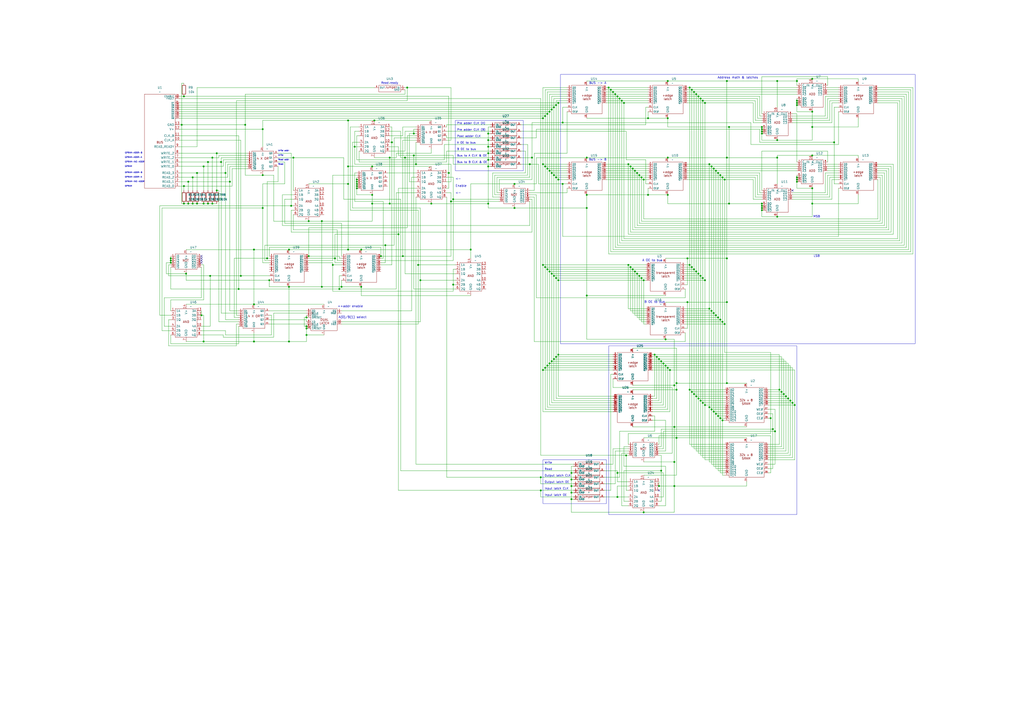
<source format=kicad_sch>
(kicad_sch (version 20231120) (generator "eeschema") (generator_version "8.0")
  (paper "A2")
  (junction (at 120.65 118.11))
  (junction (at 125.73 110.49))
  (junction (at 331.47 289.56))
  (junction (at 417.83 242.57))
  (junction (at 358.14 274.32))
  (junction (at 387.35 68.58))
  (junction (at 114.3 118.11))
  (junction (at 207.01 105.41))
  (junction (at 130.81 100.33))
  (junction (at 283.21 92.71))
  (junction (at 421.64 91.44))
  (junction (at 450.85 125.73))
  (junction (at 314.96 95.25))
  (junction (at 405.13 158.75))
  (junction (at 453.39 227.33))
  (junction (at 123.19 118.11))
  (junction (at 402.59 53.34))
  (junction (at 273.05 144.78))
  (junction (at 387.35 46.99))
  (junction (at 105.41 72.39))
  (junction (at 147.32 176.53))
  (junction (at 462.28 105.41))
  (junction (at 363.22 264.16))
  (junction (at 412.75 96.52))
  (junction (at 152.4 101.6))
  (junction (at 471.17 64.77))
  (junction (at 177.8 194.31))
  (junction (at 355.6 53.34))
  (junction (at 370.84 101.6))
  (junction (at 215.9 113.03))
  (junction (at 401.32 227.33))
  (junction (at 320.04 63.5))
  (junction (at 316.23 213.36))
  (junction (at 441.96 118.11))
  (junction (at 250.19 118.11))
  (junction (at 186.69 166.37))
  (junction (at 111.76 118.11))
  (junction (at 359.41 57.15))
  (junction (at 326.39 71.12))
  (junction (at 379.73 205.74))
  (junction (at 317.5 66.04))
  (junction (at 107.95 158.75))
  (junction (at 321.31 208.28))
  (junction (at 167.64 144.78))
  (junction (at 322.58 102.87))
  (junction (at 209.55 144.78))
  (junction (at 373.38 104.14))
  (junction (at 417.83 101.6))
  (junction (at 392.43 222.25))
  (junction (at 360.68 58.42))
  (junction (at 386.08 196.85))
  (junction (at 421.64 175.26))
  (junction (at 364.49 153.67))
  (junction (at 368.3 157.48))
  (junction (at 298.45 106.68))
  (junction (at 260.35 100.33))
  (junction (at 365.76 154.94))
  (junction (at 441.96 74.93))
  (junction (at 340.36 113.03))
  (junction (at 422.91 118.11))
  (junction (at 318.77 157.48))
  (junction (at 367.03 156.21))
  (junction (at 215.9 118.11))
  (junction (at 318.77 64.77))
  (junction (at 417.83 185.42))
  (junction (at 109.22 118.11))
  (junction (at 471.17 73.66))
  (junction (at 283.21 88.9))
  (junction (at 415.29 182.88))
  (junction (at 462.28 46.99))
  (junction (at 201.93 96.52))
  (junction (at 220.98 148.59))
  (junction (at 398.78 149.86))
  (junction (at 125.73 88.9))
  (junction (at 358.14 288.29))
  (junction (at 407.67 58.42))
  (junction (at 331.47 274.32))
  (junction (at 240.03 77.47))
  (junction (at 313.69 276.86))
  (junction (at 421.64 46.99))
  (junction (at 314.96 214.63))
  (junction (at 322.58 207.01))
  (junction (at 441.96 120.65))
  (junction (at 398.78 175.26))
  (junction (at 194.31 149.86))
  (junction (at 356.87 54.61))
  (junction (at 408.94 162.56))
  (junction (at 400.05 226.06))
  (junction (at 421.64 222.25))
  (junction (at 402.59 228.6))
  (junction (at 236.22 50.8))
  (junction (at 201.93 69.85))
  (junction (at 372.11 102.87))
  (junction (at 322.58 161.29))
  (junction (at 177.8 184.15))
  (junction (at 449.58 250.19))
  (junction (at 340.36 91.44))
  (junction (at 321.31 101.6))
  (junction (at 384.81 210.82))
  (junction (at 314.96 153.67))
  (junction (at 462.28 59.69))
  (junction (at 369.57 158.75))
  (junction (at 414.02 97.79))
  (junction (at 133.35 105.41))
  (junction (at 217.17 69.85))
  (junction (at 361.95 59.69))
  (junction (at 447.04 242.57))
  (junction (at 156.21 162.56))
  (junction (at 207.01 109.22))
  (junction (at 373.38 162.56))
  (junction (at 226.06 91.44))
  (junction (at 401.32 52.07))
  (junction (at 283.21 85.09))
  (junction (at 318.77 210.82))
  (junction (at 414.02 181.61))
  (junction (at 441.96 121.92))
  (junction (at 326.39 106.68))
  (junction (at 452.12 226.06))
  (junction (at 441.96 76.2))
  (junction (at 331.47 281.94))
  (junction (at 411.48 95.25))
  (junction (at 313.69 284.48))
  (junction (at 412.75 237.49))
  (junction (at 358.14 55.88))
  (junction (at 308.61 91.44))
  (junction (at 375.92 113.03))
  (junction (at 383.54 209.55))
  (junction (at 262.89 115.57))
  (junction (at 240.03 90.17))
  (junction (at 283.21 118.11))
  (junction (at 170.18 91.44))
  (junction (at 373.38 297.18))
  (junction (at 448.31 248.92))
  (junction (at 186.69 128.27))
  (junction (at 106.68 118.11))
  (junction (at 405.13 231.14))
  (junction (at 450.85 91.44))
  (junction (at 340.36 171.45))
  (junction (at 381 207.01))
  (junction (at 416.56 100.33))
  (junction (at 193.04 153.67))
  (junction (at 462.28 60.96))
  (junction (at 450.85 81.28))
  (junction (at 154.94 149.86))
  (junction (at 320.04 100.33))
  (junction (at 406.4 57.15))
  (junction (at 198.12 166.37))
  (junction (at 471.17 109.22))
  (junction (at 320.04 158.75))
  (junction (at 405.13 55.88))
  (junction (at 317.5 212.09))
  (junction (at 207.01 107.95))
  (junction (at 372.11 161.29))
  (junction (at 415.29 99.06))
  (junction (at 283.21 77.47))
  (junction (at 403.86 229.87))
  (junction (at 317.5 156.21))
  (junction (at 450.85 46.99))
  (junction (at 408.94 234.95))
  (junction (at 407.67 233.68))
  (junction (at 462.28 102.87))
  (junction (at 109.22 105.41))
  (junction (at 242.57 153.67))
  (junction (at 196.85 167.64))
  (junction (at 320.04 209.55))
  (junction (at 471.17 118.11))
  (junction (at 118.11 118.11))
  (junction (at 400.05 153.67))
  (junction (at 387.35 91.44))
  (junction (at 323.85 205.74))
  (junction (at 441.96 77.47))
  (junction (at 459.74 233.68))
  (junction (at 369.57 100.33))
  (junction (at 387.35 213.36))
  (junction (at 201.93 144.78))
  (junction (at 106.68 107.95))
  (junction (at 283.21 96.52))
  (junction (at 364.49 95.25))
  (junction (at 227.33 82.55))
  (junction (at 147.32 144.78))
  (junction (at 391.16 267.97))
  (junction (at 462.28 104.14))
  (junction (at 368.3 99.06))
  (junction (at 354.33 52.07))
  (junction (at 207.01 104.14))
  (junction (at 323.85 104.14))
  (junction (at 123.19 91.44))
  (junction (at 416.56 184.15))
  (junction (at 114.3 100.33))
  (junction (at 420.37 104.14))
  (junction (at 152.4 120.65))
  (junction (at 441.96 119.38))
  (junction (at 455.93 229.87))
  (junction (at 461.01 234.95))
  (junction (at 201.93 106.68))
  (junction (at 462.28 58.42))
  (junction (at 316.23 67.31))
  (junction (at 118.11 198.12))
  (junction (at 314.96 68.58))
  (junction (at 116.84 182.88))
  (junction (at 168.91 119.38))
  (junction (at 179.07 148.59))
  (junction (at 471.17 45.72))
  (junction (at 403.86 54.61))
  (junction (at 262.89 165.1))
  (junction (at 321.31 62.23))
  (junction (at 388.62 214.63))
  (junction (at 391.16 281.94))
  (junction (at 215.9 96.52))
  (junction (at 118.11 96.52))
  (junction (at 231.14 135.89))
  (junction (at 307.34 95.25))
  (junction (at 323.85 59.69))
  (junction (at 331.47 278.13))
  (junction (at 421.64 149.86))
  (junction (at 177.8 190.5))
  (junction (at 419.1 186.69))
  (junction (at 233.68 148.59))
  (junction (at 138.43 167.64))
  (junction (at 441.96 73.66))
  (junction (at 234.95 91.44))
  (junction (at 179.07 128.27))
  (junction (at 152.4 74.93))
  (junction (at 415.29 240.03))
  (junction (at 317.5 97.79))
  (junction (at 370.84 160.02))
  (junction (at 403.86 157.48))
  (junction (at 367.03 97.79))
  (junction (at 454.66 228.6))
  (junction (at 400.05 50.8))
  (junction (at 414.02 238.76))
  (junction (at 386.08 212.09))
  (junction (at 383.54 273.05))
  (junction (at 177.8 189.23))
  (junction (at 106.68 55.88))
  (junction (at 402.59 156.21))
  (junction (at 406.4 232.41))
  (junction (at 391.16 223.52))
  (junction (at 401.32 154.94))
  (junction (at 207.01 106.68))
  (junction (at 316.23 96.52))
  (junction (at 120.65 93.98))
  (junction (at 99.06 152.4))
  (junction (at 406.4 160.02))
  (junction (at 261.62 116.84))
  (junction (at 340.36 120.65))
  (junction (at 457.2 231.14))
  (junction (at 139.7 160.02))
  (junction (at 420.37 187.96))
  (junction (at 458.47 232.41))
  (junction (at 411.48 236.22))
  (junction (at 316.23 154.94))
  (junction (at 243.84 162.56))
  (junction (at 392.43 254))
  (junction (at 209.55 166.37))
  (junction (at 471.17 90.17))
  (junction (at 241.3 95.25))
  (junction (at 387.35 113.03))
  (junction (at 283.21 81.28))
  (junction (at 375.92 68.58))
  (junction (at 142.24 72.39))
  (junction (at 331.47 285.75))
  (junction (at 121.92 160.02))
  (junction (at 167.64 166.37))
  (junction (at 407.67 161.29))
  (junction (at 226.06 118.11))
  (junction (at 382.27 208.28))
  (junction (at 365.76 96.52))
  (junction (at 322.58 60.96))
  (junction (at 382.27 281.94))
  (junction (at 408.94 59.69))
  (junction (at 416.56 241.3))
  (junction (at 147.32 198.12))
  (junction (at 205.74 85.09))
  (junction (at 392.43 226.06))
  (junction (at 412.75 180.34))
  (junction (at 391.16 247.65))
  (junction (at 483.87 82.55))
  (junction (at 167.64 198.12))
  (junction (at 419.1 102.87))
  (junction (at 318.77 99.06))
  (junction (at 321.31 160.02))
  (junction (at 223.52 142.24))
  (junction (at 128.27 93.98))
  (junction (at 99.06 151.13))
  (junction (at 353.06 50.8))
  (junction (at 422.91 73.66))
  (junction (at 298.45 120.65))
  (junction (at 111.76 102.87))
  (junction (at 419.1 243.84))
  (junction (at 411.48 179.07))
  (junction (at 323.85 162.56))
  (junction (at 99.06 149.86))
  (no_connect (at 382.27 284.48))
  (no_connect (at 116.84 152.4))
  (no_connect (at 116.84 151.13))
  (no_connect (at 459.74 110.49))
  (no_connect (at 116.84 149.86))
  (no_connect (at 116.84 148.59))
  (wire (pts (xy 207.01 113.03) (xy 215.9 113.03)))
  (wire (pts (xy 231.14 135.89) (xy 194.31 135.89)))
  (wire (pts (xy 447.04 204.47) (xy 447.04 242.57)))
  (wire (pts (xy 165.1 106.68) (xy 152.4 106.68)))
  (wire (pts (xy 462.28 57.15) (xy 462.28 58.42)))
  (wire (pts (xy 386.08 293.37) (xy 386.08 270.51)))
  (wire (pts (xy 320.04 55.88) (xy 320.04 63.5)))
  (wire (pts (xy 236.22 50.8) (xy 234.95 50.8)))
  (wire (pts (xy 358.14 55.88) (xy 358.14 142.24)))
  (wire (pts (xy 455.93 229.87) (xy 445.77 229.87)))
  (wire (pts (xy 194.31 152.4) (xy 198.12 152.4)))
  (wire (pts (xy 398.78 149.86) (xy 386.08 149.86)))
  (wire (pts (xy 417.83 242.57) (xy 417.83 274.32)))
  (wire (pts (xy 137.16 187.96) (xy 138.43 187.96)))
  (wire (pts (xy 215.9 128.27) (xy 186.69 128.27)))
  (wire (pts (xy 209.55 171.45) (xy 273.05 171.45)))
  (wire (pts (xy 439.42 57.15) (xy 439.42 68.58)))
  (wire (pts (xy 193.04 153.67) (xy 193.04 168.91)))
  (wire (pts (xy 435.61 71.12) (xy 435.61 83.82)))
  (wire (pts (xy 177.8 186.69) (xy 177.8 185.42)))
  (wire (pts (xy 397.51 162.56) (xy 408.94 162.56)))
  (wire (pts (xy 375.92 64.77) (xy 375.92 68.58)))
  (wire (pts (xy 262.89 102.87) (xy 262.89 115.57)))
  (wire (pts (xy 438.15 102.87) (xy 419.1 102.87)))
  (wire (pts (xy 450.85 46.99) (xy 462.28 46.99)))
  (wire (pts (xy 365.76 96.52) (xy 375.92 96.52)))
  (wire (pts (xy 398.78 97.79) (xy 414.02 97.79)))
  (wire (pts (xy 518.16 95.25) (xy 509.27 95.25)))
  (wire (pts (xy 439.42 101.6) (xy 439.42 113.03)))
  (wire (pts (xy 232.41 273.05) (xy 232.41 115.57)))
  (wire (pts (xy 283.21 88.9) (xy 284.48 88.9)))
  (wire (pts (xy 130.81 194.31) (xy 130.81 191.77)))
  (wire (pts (xy 411.48 95.25) (xy 462.28 95.25)))
  (wire (pts (xy 397.51 165.1) (xy 398.78 165.1)))
  (wire (pts (xy 383.54 273.05) (xy 361.95 273.05)))
  (wire (pts (xy 207.01 107.95) (xy 207.01 109.22)))
  (wire (pts (xy 457.2 231.14) (xy 457.2 262.89)))
  (wire (pts (xy 436.88 115.57) (xy 441.96 115.57)))
  (wire (pts (xy 471.17 125.73) (xy 450.85 125.73)))
  (wire (pts (xy 179.07 106.68) (xy 201.93 106.68)))
  (wire (pts (xy 384.81 260.35) (xy 382.27 260.35)))
  (wire (pts (xy 527.05 144.78) (xy 527.05 53.34)))
  (wire (pts (xy 262.89 95.25) (xy 262.89 90.17)))
  (wire (pts (xy 416.56 184.15) (xy 416.56 241.3)))
  (wire (pts (xy 262.89 168.91) (xy 262.89 165.1)))
  (wire (pts (xy 302.26 83.82) (xy 306.07 83.82)))
  (wire (pts (xy 134.62 97.79) (xy 143.51 97.79)))
  (wire (pts (xy 138.43 186.69) (xy 127 186.69)))
  (wire (pts (xy 340.36 91.44) (xy 387.35 91.44)))
  (wire (pts (xy 177.8 190.5) (xy 177.8 194.31)))
  (wire (pts (xy 242.57 121.92) (xy 242.57 153.67)))
  (wire (pts (xy 383.54 273.05) (xy 383.54 290.83)))
  (wire (pts (xy 236.22 78.74) (xy 236.22 132.08)))
  (wire (pts (xy 374.65 186.69) (xy 372.11 186.69)))
  (wire (pts (xy 397.51 167.64) (xy 397.51 172.72)))
  (wire (pts (xy 323.85 104.14) (xy 328.93 104.14)))
  (wire (pts (xy 359.41 140.97) (xy 359.41 57.15)))
  (wire (pts (xy 355.6 219.71) (xy 355.6 224.79)))
  (wire (pts (xy 320.04 100.33) (xy 328.93 100.33)))
  (wire (pts (xy 215.9 118.11) (xy 226.06 118.11)))
  (wire (pts (xy 205.74 100.33) (xy 207.01 100.33)))
  (wire (pts (xy 481.33 114.3) (xy 481.33 102.87)))
  (wire (pts (xy 313.69 280.67) (xy 313.69 276.86)))
  (wire (pts (xy 284.48 83.82) (xy 257.81 83.82)))
  (wire (pts (xy 415.29 99.06) (xy 462.28 99.06)))
  (wire (pts (xy 314.96 68.58) (xy 314.96 95.25)))
  (wire (pts (xy 205.74 95.25) (xy 205.74 85.09)))
  (wire (pts (xy 106.68 118.11) (xy 109.22 118.11)))
  (wire (pts (xy 361.95 259.08) (xy 361.95 270.51)))
  (wire (pts (xy 361.95 59.69) (xy 375.92 59.69)))
  (wire (pts (xy 356.87 143.51) (xy 356.87 54.61)))
  (wire (pts (xy 364.49 261.62) (xy 356.87 261.62)))
  (wire (pts (xy 321.31 57.15) (xy 321.31 62.23)))
  (wire (pts (xy 509.27 96.52) (xy 516.89 96.52)))
  (wire (pts (xy 309.88 88.9) (xy 309.88 110.49)))
  (wire (pts (xy 104.14 64.77) (xy 318.77 64.77)))
  (wire (pts (xy 481.33 102.87) (xy 486.41 102.87)))
  (wire (pts (xy 414.02 97.79) (xy 462.28 97.79)))
  (wire (pts (xy 186.69 128.27) (xy 186.69 166.37)))
  (wire (pts (xy 241.3 102.87) (xy 238.76 102.87)))
  (wire (pts (xy 355.6 208.28) (xy 321.31 208.28)))
  (wire (pts (xy 457.2 231.14) (xy 457.2 210.82)))
  (wire (pts (xy 370.84 160.02) (xy 321.31 160.02)))
  (wire (pts (xy 243.84 162.56) (xy 243.84 186.69)))
  (wire (pts (xy 482.6 71.12) (xy 459.74 71.12)))
  (wire (pts (xy 382.27 264.16) (xy 383.54 264.16)))
  (wire (pts (xy 259.08 114.3) (xy 259.08 276.86)))
  (wire (pts (xy 105.41 72.39) (xy 105.41 48.26)))
  (wire (pts (xy 450.85 46.99) (xy 450.85 62.23)))
  (wire (pts (xy 304.8 100.33) (xy 285.75 100.33)))
  (wire (pts (xy 364.49 284.48) (xy 363.22 284.48)))
  (wire (pts (xy 355.6 232.41) (xy 321.31 232.41)))
  (wire (pts (xy 441.96 44.45) (xy 441.96 66.04)))
  (wire (pts (xy 358.14 288.29) (xy 364.49 288.29)))
  (wire (pts (xy 441.96 121.92) (xy 441.96 125.73)))
  (wire (pts (xy 510.54 102.87) (xy 509.27 102.87)))
  (wire (pts (xy 129.54 194.31) (xy 116.84 194.31)))
  (wire (pts (xy 331.47 274.32) (xy 332.74 274.32)))
  (wire (pts (xy 196.85 149.86) (xy 198.12 149.86)))
  (wire (pts (xy 152.4 69.85) (xy 152.4 74.93)))
  (wire (pts (xy 142.24 101.6) (xy 142.24 72.39)))
  (wire (pts (xy 441.96 73.66) (xy 422.91 73.66)))
  (wire (pts (xy 289.56 104.14) (xy 289.56 110.49)))
  (wire (pts (xy 163.83 113.03) (xy 170.18 113.03)))
  (wire (pts (xy 99.06 173.99) (xy 99.06 180.34)))
  (wire (pts (xy 486.41 106.68) (xy 483.87 106.68)))
  (wire (pts (xy 195.58 151.13) (xy 198.12 151.13)))
  (wire (pts (xy 421.64 149.86) (xy 421.64 175.26)))
  (wire (pts (xy 308.61 91.44) (xy 308.61 71.12)))
  (wire (pts (xy 311.15 91.44) (xy 340.36 91.44)))
  (wire (pts (xy 420.37 262.89) (xy 405.13 262.89)))
  (wire (pts (xy 118.11 173.99) (xy 99.06 173.99)))
  (wire (pts (xy 147.32 198.12) (xy 147.32 193.04)))
  (wire (pts (xy 398.78 101.6) (xy 417.83 101.6)))
  (wire (pts (xy 480.06 87.63) (xy 480.06 93.98)))
  (wire (pts (xy 326.39 106.68) (xy 328.93 106.68)))
  (wire (pts (xy 374.65 181.61) (xy 367.03 181.61)))
  (wire (pts (xy 121.92 189.23) (xy 116.84 189.23)))
  (wire (pts (xy 128.27 93.98) (xy 128.27 181.61)))
  (wire (pts (xy 447.04 242.57) (xy 445.77 242.57)))
  (wire (pts (xy 462.28 49.53) (xy 462.28 46.99)))
  (wire (pts (xy 405.13 231.14) (xy 420.37 231.14)))
  (wire (pts (xy 331.47 281.94) (xy 331.47 285.75)))
  (wire (pts (xy 240.03 77.47) (xy 241.3 77.47)))
  (wire (pts (xy 471.17 90.17) (xy 497.84 90.17)))
  (wire (pts (xy 398.78 99.06) (xy 415.29 99.06)))
  (wire (pts (xy 283.21 85.09) (xy 283.21 81.28)))
  (wire (pts (xy 408.94 266.7) (xy 420.37 266.7)))
  (wire (pts (xy 415.29 271.78) (xy 420.37 271.78)))
  (wire (pts (xy 104.14 68.58) (xy 314.96 68.58)))
  (wire (pts (xy 227.33 82.55) (xy 227.33 153.67)))
  (wire (pts (xy 317.5 212.09) (xy 317.5 236.22)))
  (wire (pts (xy 382.27 208.28) (xy 378.46 208.28)))
  (wire (pts (xy 133.35 105.41) (xy 109.22 105.41)))
  (wire (pts (xy 138.43 78.74) (xy 138.43 167.64)))
  (wire (pts (xy 328.93 99.06) (xy 318.77 99.06)))
  (wire (pts (xy 416.56 241.3) (xy 420.37 241.3)))
  (wire (pts (xy 382.27 257.81) (xy 382.27 252.73)))
  (wire (pts (xy 398.78 190.5) (xy 397.51 190.5)))
  (wire (pts (xy 104.14 88.9) (xy 125.73 88.9)))
  (wire (pts (xy 283.21 120.65) (xy 283.21 118.11)))
  (wire (pts (xy 104.14 60.96) (xy 322.58 60.96)))
  (wire (pts (xy 454.66 228.6) (xy 454.66 208.28)))
  (wire (pts (xy 368.3 99.06) (xy 375.92 99.06)))
  (wire (pts (xy 237.49 77.47) (xy 237.49 105.41)))
  (wire (pts (xy 125.73 88.9) (xy 143.51 88.9)))
  (wire (pts (xy 130.81 185.42) (xy 138.43 185.42)))
  (wire (pts (xy 207.01 104.14) (xy 207.01 105.41)))
  (wire (pts (xy 374.65 62.23) (xy 374.65 72.39)))
  (wire (pts (xy 509.27 59.69) (xy 520.7 59.69)))
  (wire (pts (xy 243.84 120.65) (xy 243.84 162.56)))
  (wire (pts (xy 438.15 58.42) (xy 407.67 58.42)))
  (wire (pts (xy 513.08 100.33) (xy 509.27 100.33)))
  (wire (pts (xy 201.93 106.68) (xy 201.93 144.78)))
  (wire (pts (xy 233.68 78.74) (xy 233.68 73.66)))
  (wire (pts (xy 97.79 185.42) (xy 97.79 200.66)))
  (wire (pts (xy 398.78 50.8) (xy 400.05 50.8)))
  (wire (pts (xy 417.83 185.42) (xy 397.51 185.42)))
  (wire (pts (xy 514.35 99.06) (xy 514.35 132.08)))
  (wire (pts (xy 161.29 105.41) (xy 154.94 105.41)))
  (wire (pts (xy 170.18 115.57) (xy 165.1 115.57)))
  (wire (pts (xy 106.68 107.95) (xy 104.14 107.95)))
  (wire (pts (xy 411.48 267.97) (xy 411.48 236.22)))
  (wire (pts (xy 167.64 166.37) (xy 167.64 198.12)))
  (wire (pts (xy 168.91 119.38) (xy 170.18 119.38)))
  (wire (pts (xy 284.48 72.39) (xy 259.08 72.39)))
  (wire (pts (xy 201.93 96.52) (xy 201.93 69.85)))
  (wire (pts (xy 234.95 158.75) (xy 264.16 158.75)))
  (wire (pts (xy 448.31 271.78) (xy 445.77 271.78)))
  (wire (pts (xy 392.43 254) (xy 433.07 254)))
  (wire (pts (xy 354.33 217.17) (xy 355.6 217.17)))
  (wire (pts (xy 478.79 100.33) (xy 478.79 111.76)))
  (wire (pts (xy 207.01 78.74) (xy 208.28 78.74)))
  (wire (pts (xy 205.74 85.09) (xy 208.28 85.09)))
  (wire (pts (xy 486.41 109.22) (xy 486.41 137.16)))
  (wire (pts (xy 177.8 198.12) (xy 177.8 194.31)))
  (wire (pts (xy 441.96 76.2) (xy 441.96 77.47)))
  (wire (pts (xy 363.22 76.2) (xy 302.26 76.2)))
  (wire (pts (xy 156.21 143.51) (xy 156.21 148.59)))
  (wire (pts (xy 374.65 157.48) (xy 368.3 157.48)))
  (wire (pts (xy 177.8 184.15) (xy 176.53 184.15)))
  (wire (pts (xy 318.77 54.61) (xy 328.93 54.61)))
  (wire (pts (xy 331.47 285.75) (xy 332.74 285.75)))
  (wire (pts (xy 486.41 55.88) (xy 478.79 55.88)))
  (wire (pts (xy 307.34 114.3) (xy 309.88 114.3)))
  (wire (pts (xy 421.64 175.26) (xy 398.78 175.26)))
  (wire (pts (xy 421.64 91.44) (xy 450.85 91.44)))
  (wire (pts (xy 152.4 74.93) (xy 104.14 74.93)))
  (wire (pts (xy 497.84 90.17) (xy 497.84 91.44)))
  (wire (pts (xy 480.06 97.79) (xy 486.41 97.79)))
  (wire (pts (xy 105.41 118.11) (xy 106.68 118.11)))
  (wire (pts (xy 527.05 53.34) (xy 509.27 53.34)))
  (wire (pts (xy 220.98 148.59) (xy 220.98 143.51)))
  (wire (pts (xy 118.11 182.88) (xy 118.11 198.12)))
  (wire (pts (xy 320.04 233.68) (xy 355.6 233.68)))
  (wire (pts (xy 118.11 118.11) (xy 120.65 118.11)))
  (wire (pts (xy 317.5 97.79) (xy 328.93 97.79)))
  (wire (pts (xy 462.28 66.04) (xy 459.74 66.04)))
  (wire (pts (xy 388.62 214.63) (xy 388.62 238.76)))
  (wire (pts (xy 130.81 191.77) (xy 116.84 191.77)))
  (wire (pts (xy 374.65 92.71) (xy 363.22 92.71)))
  (wire (pts (xy 351.79 100.33) (xy 369.57 100.33)))
  (wire (pts (xy 147.32 198.12) (xy 167.64 198.12)))
  (wire (pts (xy 242.57 153.67) (xy 264.16 153.67)))
  (wire (pts (xy 411.48 179.07) (xy 411.48 95.25)))
  (wire (pts (xy 203.2 121.92) (xy 242.57 121.92)))
  (wire (pts (xy 250.19 86.36) (xy 250.19 88.9)))
  (wire (pts (xy 372.11 186.69) (xy 372.11 161.29)))
  (wire (pts (xy 128.27 91.44) (xy 128.27 93.98)))
  (wire (pts (xy 307.34 102.87) (xy 307.34 95.25)))
  (wire (pts (xy 389.89 262.89) (xy 382.27 262.89)))
  (wire (pts (xy 97.79 160.02) (xy 97.79 153.67)))
  (wire (pts (xy 482.6 104.14) (xy 482.6 115.57)))
  (wire (pts (xy 416.56 100.33) (xy 398.78 100.33)))
  (wire (pts (xy 322.58 58.42) (xy 322.58 60.96)))
  (wire (pts (xy 480.06 96.52) (xy 486.41 96.52)))
  (wire (pts (xy 355.6 234.95) (xy 318.77 234.95)))
  (wire (pts (xy 445.77 231.14) (xy 457.2 231.14)))
  (wire (pts (xy 311.15 80.01) (xy 302.26 80.01)))
  (wire (pts (xy 242.57 187.96) (xy 198.12 187.96)))
  (wire (pts (xy 106.68 55.88) (xy 260.35 55.88)))
  (wire (pts (xy 364.49 251.46) (xy 447.04 251.46)))
  (wire (pts (xy 323.85 162.56) (xy 323.85 205.74)))
  (wire (pts (xy 240.03 90.17) (xy 231.14 90.17)))
  (wire (pts (xy 139.7 160.02) (xy 121.92 160.02)))
  (wire (pts (xy 364.49 95.25) (xy 364.49 135.89)))
  (wire (pts (xy 462.28 46.99) (xy 462.28 45.72)))
  (wire (pts (xy 328.93 55.88) (xy 320.04 55.88)))
  (wire (pts (xy 161.29 88.9) (xy 168.91 88.9)))
  (wire (pts (xy 111.76 118.11) (xy 114.3 118.11)))
  (wire (pts (xy 415.29 240.03) (xy 415.29 182.88)))
  (wire (pts (xy 196.85 160.02) (xy 198.12 160.02)))
  (wire (pts (xy 259.08 80.01) (xy 259.08 78.74)))
  (wire (pts (xy 355.6 53.34) (xy 355.6 144.78)))
  (wire (pts (xy 360.68 58.42) (xy 360.68 139.7)))
  (wire (pts (xy 462.28 58.42) (xy 462.28 59.69)))
  (wire (pts (xy 397.51 181.61) (xy 414.02 181.61)))
  (wire (pts (xy 104.14 66.04) (xy 317.5 66.04)))
  (wire (pts (xy 227.33 153.67) (xy 220.98 153.67)))
  (wire (pts (xy 384.81 234.95) (xy 384.81 210.82)))
  (wire (pts (xy 378.46 229.87) (xy 379.73 229.87)))
  (wire (pts (xy 170.18 91.44) (xy 170.18 110.49)))
  (wire (pts (xy 340.36 113.03) (xy 375.92 113.03)))
  (wire (pts (xy 441.96 120.65) (xy 441.96 121.92)))
  (wire (pts (xy 486.41 83.82) (xy 486.41 64.77)))
  (wire (pts (xy 317.5 66.04) (xy 317.5 97.79)))
  (wire (pts (xy 156.21 187.96) (xy 177.8 187.96)))
  (wire (pts (xy 392.43 201.93) (xy 392.43 222.25)))
  (wire (pts (xy 331.47 281.94) (xy 332.74 281.94)))
  (wire (pts (xy 161.29 96.52) (xy 161.29 105.41)))
  (wire (pts (xy 449.58 237.49) (xy 449.58 250.19)))
  (wire (pts (xy 452.12 226.06) (xy 452.12 257.81)))
  (wire (pts (xy 383.54 259.08) (xy 382.27 259.08)))
  (wire (pts (xy 226.06 118.11) (xy 250.19 118.11)))
  (wire (pts (xy 260.35 100.33) (xy 259.08 100.33)))
  (wire (pts (xy 158.75 181.61) (xy 158.75 195.58)))
  (wire (pts (xy 259.08 81.28) (xy 261.62 81.28)))
  (wire (pts (xy 402.59 53.34) (xy 462.28 53.34)))
  (wire (pts (xy 307.34 111.76) (xy 328.93 111.76)))
  (wire (pts (xy 241.3 109.22) (xy 231.14 109.22)))
  (wire (pts (xy 289.56 104.14) (xy 308.61 104.14)))
  (wire (pts (xy 241.3 81.28) (xy 233.68 81.28)))
  (wire (pts (xy 509.27 99.06) (xy 514.35 99.06)))
  (wire (pts (xy 354.33 146.05) (xy 354.33 52.07)))
  (wire (pts (xy 314.96 238.76) (xy 355.6 238.76)))
  (wire (pts (xy 454.66 208.28) (xy 382.27 208.28)))
  (wire (pts (xy 364.49 135.89) (xy 518.16 135.89)))
  (wire (pts (xy 234.95 91.44) (xy 232.41 91.44)))
  (wire (pts (xy 311.15 113.03) (xy 307.34 113.03)))
  (wire (pts (xy 419.1 102.87) (xy 398.78 102.87)))
  (wire (pts (xy 229.87 167.64) (xy 229.87 111.76)))
  (wire (pts (xy 168.91 134.62) (xy 168.91 121.92)))
  (wire (pts (xy 323.85 229.87) (xy 323.85 205.74)))
  (wire (pts (xy 123.19 91.44) (xy 104.14 91.44)))
  (wire (pts (xy 480.06 49.53) (xy 480.06 44.45)))
  (wire (pts (xy 480.06 57.15) (xy 486.41 57.15)))
  (wire (pts (xy 448.31 248.92) (xy 383.54 248.92)))
  (wire (pts (xy 207.01 92.71) (xy 207.01 78.74)))
  (wire (pts (xy 261.62 116.84) (xy 289.56 116.84)))
  (wire (pts (xy 364.49 251.46) (xy 364.49 257.81)))
  (wire (pts (xy 420.37 104.14) (xy 436.88 104.14)))
  (wire (pts (xy 207.01 105.41) (xy 207.01 106.68)))
  (wire (pts (xy 403.86 229.87) (xy 403.86 157.48)))
  (wire (pts (xy 142.24 54.61) (xy 142.24 72.39)))
  (wire (pts (xy 318.77 99.06) (xy 318.77 64.77)))
  (wire (pts (xy 284.48 76.2) (xy 259.08 76.2)))
  (wire (pts (xy 528.32 52.07) (xy 528.32 146.05)))
  (wire (pts (xy 441.96 114.3) (xy 438.15 114.3)))
  (wire (pts (xy 359.41 250.19) (xy 359.41 276.86)))
  (wire (pts (xy 133.35 105.41) (xy 133.35 180.34)))
  (wire (pts (xy 398.78 95.25) (xy 411.48 95.25)))
  (wire (pts (xy 241.3 82.55) (xy 241.3 95.25)))
  (wire (pts (xy 96.52 152.4) (xy 96.52 158.75)))
  (wire (pts (xy 378.46 214.63) (xy 388.62 214.63)))
  (wire (pts (xy 483.87 62.23) (xy 486.41 62.23)))
  (wire (pts (xy 318.77 64.77) (xy 318.77 54.61)))
  (wire (pts (xy 523.24 140.97) (xy 359.41 140.97)))
  (wire (pts (xy 516.89 134.62) (xy 365.76 134.62)))
  (wire (pts (xy 350.52 288.29) (xy 358.14 288.29)))
  (wire (pts (xy 243.84 186.69) (xy 198.12 186.69)))
  (wire (pts (xy 204.47 82.55) (xy 204.47 120.65)))
  (wire (pts (xy 355.6 210.82) (xy 318.77 210.82)))
  (wire (pts (xy 420.37 237.49) (xy 412.75 237.49)))
  (wire (pts (xy 99.06 167.64) (xy 99.06 154.94)))
  (wire (pts (xy 520.7 138.43) (xy 361.95 138.43)))
  (wire (pts (xy 529.59 147.32) (xy 529.59 50.8)))
  (wire (pts (xy 378.46 207.01) (xy 381 207.01)))
  (wire (pts (xy 375.92 100.33) (xy 369.57 100.33)))
  (wire (pts (xy 462.28 64.77) (xy 471.17 64.77)))
  (wire (pts (xy 318.77 157.48) (xy 318.77 210.82)))
  (wire (pts (xy 259.08 276.86) (xy 313.69 276.86)))
  (wire (pts (xy 374.65 72.39) (xy 302.26 72.39)))
  (wire (pts (xy 170.18 91.44) (xy 161.29 91.44)))
  (wire (pts (xy 457.2 262.89) (xy 445.77 262.89)))
  (wire (pts (xy 400.05 50.8) (xy 400.05 153.67)))
  (wire (pts (xy 201.93 96.52) (xy 201.93 106.68)))
  (wire (pts (xy 356.87 280.67) (xy 350.52 280.67)))
  (wire (pts (xy 397.51 184.15) (xy 416.56 184.15)))
  (wire (pts (xy 284.48 87.63) (xy 259.08 87.63)))
  (wire (pts (xy 306.07 83.82) (xy 306.07 101.6)))
  (wire (pts (xy 355.6 224.79) (xy 389.89 224.79)))
  (wire (pts (xy 111.76 110.49) (xy 111.76 102.87)))
  (wire (pts (xy 322.58 207.01) (xy 355.6 207.01)))
  (wire (pts (xy 118.11 198.12) (xy 107.95 198.12)))
  (wire (pts (xy 99.06 191.77) (xy 93.98 191.77)))
  (wire (pts (xy 99.06 194.31) (xy 99.06 199.39)))
  (wire (pts (xy 370.84 101.6) (xy 375.92 101.6)))
  (wire (pts (xy 398.78 54.61) (xy 403.86 54.61)))
  (wire (pts (xy 138.43 199.39) (xy 138.43 189.23)))
  (wire (pts (xy 389.89 224.79) (xy 389.89 262.89)))
  (wire (pts (xy 402.59 156.21) (xy 402.59 228.6)))
  (wire (pts (xy 130.81 93.98) (xy 130.81 100.33)))
  (wire (pts (xy 283.21 73.66) (xy 284.48 73.66)))
  (wire (pts (xy 402.59 228.6) (xy 420.37 228.6)))
  (wire (pts (xy 193.04 101.6) (xy 193.04 151.13)))
  (wire (pts (xy 462.28 59.69) (xy 462.28 60.96)))
  (wire (pts (xy 167.64 198.12) (xy 177.8 198.12)))
  (wire (pts (xy 313.69 288.29) (xy 313.69 284.48)))
  (wire (pts (xy 320.04 209.55) (xy 320.04 233.68)))
  (wire (pts (xy 480.06 87.63) (xy 441.96 87.63)))
  (wire (pts (xy 355.6 144.78) (xy 527.05 144.78)))
  (wire (pts (xy 510.54 128.27) (xy 510.54 102.87)))
  (wire (pts (xy 205.74 95.25) (xy 241.3 95.25)))
  (wire (pts (xy 351.79 102.87) (xy 372.11 102.87)))
  (wire (pts (xy 332.74 270.51) (xy 331.47 270.51)))
  (wire (pts (xy 317.5 97.79) (xy 317.5 156.21)))
  (wire (pts (xy 298.45 120.65) (xy 283.21 120.65)))
  (wire (pts (xy 154.94 105.41) (xy 154.94 149.86)))
  (wire (pts (xy 358.14 279.4) (xy 364.49 279.4)))
  (wire (pts (xy 382.27 279.4) (xy 382.27 281.94)))
  (wire (pts (xy 316.23 237.49) (xy 316.23 213.36)))
  (wire (pts (xy 438.15 114.3) (xy 438.15 102.87)))
  (wire (pts (xy 421.64 149.86) (xy 421.64 91.44)))
  (wire (pts (xy 367.03 226.06) (xy 392.43 226.06)))
  (wire (pts (xy 261.62 50.8) (xy 261.62 81.28)))
  (wire (pts (xy 106.68 110.49) (xy 106.68 107.95)))
  (wire (pts (xy 368.3 182.88) (xy 374.65 182.88)))
  (wire (pts (xy 439.42 113.03) (xy 441.96 113.03)))
  (wire (pts (xy 287.02 113.03) (xy 289.56 113.03)))
  (wire (pts (xy 326.39 71.12) (xy 326.39 62.23)))
  (wire (pts (xy 308.61 115.57) (xy 308.61 134.62)))
  (wire (pts (xy 302.26 87.63) (xy 304.8 87.63)))
  (wire (pts (xy 373.38 254) (xy 392.43 254)))
  (wire (pts (xy 462.28 109.22) (xy 471.17 109.22)))
  (wire (pts (xy 373.38 187.96) (xy 374.65 187.96)))
  (wire (pts (xy 455.93 209.55) (xy 455.93 229.87)))
  (wire (pts (xy 209.55 166.37) (xy 209.55 171.45)))
  (wire (pts (xy 374.65 154.94) (xy 365.76 154.94)))
  (wire (pts (xy 351.79 54.61) (xy 356.87 54.61)))
  (wire (pts (xy 513.08 130.81) (xy 513.08 100.33)))
  (wire (pts (xy 259.08 111.76) (xy 261.62 111.76)))
  (wire (pts (xy 340.36 196.85) (xy 340.36 171.45)))
  (wire (pts (xy 326.39 137.16) (xy 326.39 106.68)))
  (wire (pts (xy 448.31 240.03) (xy 448.31 248.92)))
  (wire (pts (xy 367.03 223.52) (xy 391.16 223.52)))
  (wire (pts (xy 382.27 293.37) (xy 386.08 293.37)))
  (wire (pts (xy 193.04 151.13) (xy 179.07 151.13)))
  (wire (pts (xy 152.4 85.09) (xy 152.4 74.93)))
  (wire (pts (xy 316.23 154.94) (xy 316.23 213.36)))
  (wire (pts (xy 384.81 210.82) (xy 378.46 210.82)))
  (wire (pts (xy 298.45 106.68) (xy 311.15 106.68)))
  (wire (pts (xy 402.59 260.35) (xy 402.59 228.6)))
  (wire (pts (xy 104.14 78.74) (xy 138.43 78.74)))
  (wire (pts (xy 223.52 142.24) (xy 228.6 142.24)))
  (wire (pts (xy 382.27 261.62) (xy 386.08 261.62)))
  (wire (pts (xy 440.69 74.93) (xy 311.15 74.93)))
  (wire (pts (xy 403.86 229.87) (xy 403.86 261.62)))
  (wire (pts (xy 509.27 52.07) (xy 528.32 52.07)))
  (wire (pts (xy 515.62 97.79) (xy 509.27 97.79)))
  (wire (pts (xy 107.95 176.53) (xy 147.32 176.53)))
  (wire (pts (xy 201.93 144.78) (xy 209.55 144.78)))
  (wire (pts (xy 358.14 142.24) (xy 524.51 142.24)))
  (wire (pts (xy 411.48 236.22) (xy 420.37 236.22)))
  (wire (pts (xy 194.31 149.86) (xy 194.31 152.4)))
  (wire (pts (xy 111.76 102.87) (xy 132.08 102.87)))
  (wire (pts (xy 313.69 57.15) (xy 313.69 264.16)))
  (wire (pts (xy 407.67 58.42) (xy 407.67 161.29)))
  (wire (pts (xy 379.73 205.74) (xy 379.73 229.87)))
  (wire (pts (xy 198.12 162.56) (xy 198.12 166.37)))
  (wire (pts (xy 116.84 182.88) (xy 118.11 182.88)))
  (wire (pts (xy 340.36 68.58) (xy 375.92 68.58)))
  (wire (pts (xy 421.64 222.25) (xy 433.07 222.25)))
  (wire (pts (xy 420.37 273.05) (xy 416.56 273.05)))
  (wire (pts (xy 391.16 267.97) (xy 391.16 281.94)))
  (wire (pts (xy 104.14 67.31) (xy 316.23 67.31)))
  (wire (pts (xy 421.64 175.26) (xy 421.64 222.25)))
  (wire (pts (xy 314.96 153.67) (xy 364.49 153.67)))
  (wire (pts (xy 306.07 101.6) (xy 287.02 101.6)))
  (wire (pts (xy 379.73 250.19) (xy 359.41 250.19)))
  (wire (pts (xy 386.08 212.09) (xy 386.08 236.22)))
  (wire (pts (xy 497.84 113.03) (xy 497.84 118.11)))
  (wire (pts (xy 412.75 237.49) (xy 412.75 269.24)))
  (wire (pts (xy 445.77 264.16) (xy 458.47 264.16)))
  (wire (pts (xy 406.4 232.41) (xy 406.4 160.02)))
  (wire (pts (xy 311.15 74.93) (xy 311.15 80.01)))
  (wire (pts (xy 143.51 96.52) (xy 133.35 96.52)))
  (wire (pts (xy 259.08 72.39) (xy 259.08 73.66)))
  (wire (pts (xy 314.96 95.25) (xy 328.93 95.25)))
  (wire (pts (xy 340.36 120.65) (xy 340.36 113.03)))
  (wire (pts (xy 229.87 88.9) (xy 229.87 91.44)))
  (wire (pts (xy 111.76 102.87) (xy 104.14 102.87)))
  (wire (pts (xy 373.38 127) (xy 373.38 104.14)))
  (wire (pts (xy 509.27 104.14) (xy 509.27 127)))
  (wire (pts (xy 353.06 147.32) (xy 529.59 147.32)))
  (wire (pts (xy 420.37 260.35) (xy 402.59 260.35)))
  (wire (pts (xy 351.79 53.34) (xy 355.6 53.34)))
  (wire (pts (xy 261.62 116.84) (xy 261.62 148.59)))
  (wire (pts (xy 441.96 87.63) (xy 441.96 110.49)))
  (wire (pts (xy 408.94 59.69) (xy 436.88 59.69)))
  (wire (pts (xy 353.06 50.8) (xy 353.06 147.32)))
  (wire (pts (xy 511.81 129.54) (xy 370.84 129.54)))
  (wire (pts (xy 417.83 242.57) (xy 417.83 185.42)))
  (wire (pts (xy 137.16 182.88) (xy 138.43 182.88)))
  (wire (pts (xy 322.58 207.01) (xy 322.58 231.14)))
  (wire (pts (xy 177.8 189.23) (xy 177.8 190.5)))
  (wire (pts (xy 133.35 180.34) (xy 138.43 180.34)))
  (wire (pts (xy 127 90.17) (xy 143.51 90.17)))
  (wire (pts (xy 401.32 154.94) (xy 401.32 52.07)))
  (wire (pts (xy 370.84 185.42) (xy 374.65 185.42)))
  (wire (pts (xy 283.21 77.47) (xy 283.21 73.66)))
  (wire (pts (xy 220.98 143.51) (xy 156.21 143.51)))
  (wire (pts (xy 234.95 76.2) (xy 241.3 76.2)))
  (wire (pts (xy 433.07 281.94) (xy 433.07 279.4)))
  (wire (pts (xy 388.62 214.63) (xy 461.01 214.63)))
  (wire (pts (xy 99.06 185.42) (xy 97.79 185.42)))
  (wire (pts (xy 158.75 128.27) (xy 179.07 128.27)))
  (wire (pts (xy 228.6 142.24) (xy 228.6 80.01)))
  (wire (pts (xy 168.91 88.9) (xy 168.91 119.38)))
  (wire (pts (xy 283.21 88.9) (xy 283.21 85.09)))
  (wire (pts (xy 482.6 115.57) (xy 459.74 115.57)))
  (wire (pts (xy 391.16 281.94) (xy 433.07 281.94)))
  (wire (pts (xy 177.8 194.31) (xy 187.96 194.31)))
  (wire (pts (xy 170.18 124.46) (xy 170.18 133.35)))
  (wire (pts (xy 440.69 55.88) (xy 405.13 55.88)))
  (wire (pts (xy 203.2 73.66) (xy 203.2 121.92)))
  (wire (pts (xy 419.1 186.69) (xy 419.1 243.84)))
  (wire (pts (xy 95.25 189.23) (xy 99.06 189.23)))
  (wire (pts (xy 375.92 50.8) (xy 353.06 50.8)))
  (wire (pts (xy 128.27 181.61) (xy 138.43 181.61)))
  (wire (pts (xy 471.17 90.17) (xy 450.85 90.17)))
  (wire (pts (xy 374.65 184.15) (xy 369.57 184.15)))
  (wire (pts (xy 217.17 50.8) (xy 114.3 50.8)))
  (wire (pts (xy 234.95 52.07) (xy 234.95 54.61)))
  (wire (pts (xy 104.14 72.39) (xy 105.41 72.39)))
  (wire (pts (xy 186.69 128.27) (xy 179.07 128.27)))
  (wire (pts (xy 311.15 91.44) (xy 311.15 106.68)))
  (wire (pts (xy 397.51 186.69) (xy 419.1 186.69)))
  (wire (pts (xy 207.01 106.68) (xy 207.01 107.95)))
  (wire (pts (xy 118.11 110.49) (xy 118.11 96.52)))
  (wire (pts (xy 462.28 60.96) (xy 462.28 64.77)))
  (wire (pts (xy 364.49 293.37) (xy 360.68 293.37)))
  (wire (pts (xy 383.54 233.68) (xy 378.46 233.68)))
  (wire (pts (xy 401.32 52.07) (xy 462.28 52.07)))
  (wire (pts (xy 373.38 162.56) (xy 374.65 162.56)))
  (wire (pts (xy 453.39 259.08) (xy 453.39 227.33)))
  (wire (pts (xy 441.96 125.73) (xy 450.85 125.73)))
  (wire (pts (xy 361.95 259.08) (xy 364.49 259.08)))
  (wire (pts (xy 179.07 149.86) (xy 194.31 149.86)))
  (wire (pts (xy 355.6 213.36) (xy 316.23 213.36)))
  (wire (pts (xy 152.4 106.68) (xy 152.4 120.65)))
  (wire (pts (xy 509.27 57.15) (xy 523.24 57.15)))
  (wire (pts (xy 414.02 181.61) (xy 414.02 238.76)))
  (wire (pts (xy 340.36 46.99) (xy 387.35 46.99)))
  (wire (pts (xy 391.16 281.94) (xy 391.16 297.18)))
  (wire (pts (xy 193.04 152.4) (xy 193.04 153.67)))
  (wire (pts (xy 422.91 73.66) (xy 387.35 73.66)))
  (wire (pts (xy 321.31 57.15) (xy 328.93 57.15)))
  (wire (pts (xy 118.11 96.52) (xy 129.54 96.52)))
  (wire (pts (xy 369.57 130.81) (xy 513.08 130.81)))
  (wire (pts (xy 445.77 228.6) (xy 454.66 228.6)))
  (wire (pts (xy 391.16 247.65) (xy 433.07 247.65)))
  (wire (pts (xy 375.92 53.34) (xy 355.6 53.34)))
  (wire (pts (xy 123.19 118.11) (xy 125.73 118.11)))
  (wire (pts (xy 480.06 101.6) (xy 480.06 113.03)))
  (wire (pts (xy 511.81 101.6) (xy 511.81 129.54)))
  (wire (pts (xy 459.74 114.3) (xy 481.33 114.3)))
  (wire (pts (xy 326.39 71.12) (xy 435.61 71.12)))
  (wire (pts (xy 373.38 104.14) (xy 375.92 104.14)))
  (wire (pts (xy 288.29 111.76) (xy 289.56 111.76)))
  (wire (pts (xy 234.95 87.63) (xy 234.95 76.2)))
  (wire (pts (xy 364.49 179.07) (xy 364.49 153.67)))
  (wire (pts (xy 401.32 227.33) (xy 401.32 154.94)))
  (wire (pts (xy 364.49 153.67) (xy 374.65 153.67)))
  (wire (pts (xy 232.41 76.2) (xy 226.06 76.2)))
  (wire (pts (xy 143.51 91.44) (xy 128.27 91.44)))
  (wire (pts (xy 397.51 160.02) (xy 406.4 160.02)))
  (wire (pts (xy 316.23 96.52) (xy 316.23 67.31)))
  (wire (pts (xy 397.51 179.07) (xy 411.48 179.07)))
  (wire (pts (xy 127 186.69) (xy 127 110.49)))
  (wire (pts (xy 351.79 52.07) (xy 354.33 52.07)))
  (wire (pts (xy 228.6 80.01) (xy 241.3 80.01)))
  (wire (pts (xy 227.33 73.66) (xy 227.33 82.55)))
  (wire (pts (xy 199.39 115.57) (xy 199.39 91.44)))
  (wire (pts (xy 261.62 105.41) (xy 259.08 105.41)))
  (wire (pts (xy 383.54 290.83) (xy 382.27 290.83)))
  (wire (pts (xy 407.67 265.43) (xy 407.67 233.68)))
  (wire (pts (xy 99.06 199.39) (xy 138.43 199.39)))
  (wire (pts (xy 391.16 223.52) (xy 391.16 247.65)))
  (wire (pts (xy 130.81 100.33) (xy 114.3 100.33)))
  (wire (pts (xy 147.32 176.53) (xy 187.96 176.53)))
  (wire (pts (xy 109.22 105.41) (xy 109.22 110.49)))
  (wire (pts (xy 358.14 273.05) (xy 358.14 274.32)))
  (wire (pts (xy 298.45 106.68) (xy 273.05 106.68)))
  (wire (pts (xy 378.46 212.09) (xy 386.08 212.09)))
  (wire (pts (xy 471.17 73.66) (xy 471.17 64.77)))
  (wire (pts (xy 167.64 144.78) (xy 201.93 144.78)))
  (wire (pts (xy 229.87 111.76) (xy 241.3 111.76)))
  (wire (pts (xy 262.89 115.57) (xy 262.89 151.13)))
  (wire (pts (xy 261.62 50.8) (xy 236.22 50.8)))
  (wire (pts (xy 107.95 162.56) (xy 107.95 158.75)))
  (wire (pts (xy 259.08 93.98) (xy 208.28 93.98)))
  (wire (pts (xy 308.61 71.12) (xy 326.39 71.12)))
  (wire (pts (xy 383.54 209.55) (xy 455.93 209.55)))
  (wire (pts (xy 358.14 274.32) (xy 384.81 274.32)))
  (wire (pts (xy 384.81 250.19) (xy 384.81 260.35)))
  (wire (pts (xy 152.4 101.6) (xy 142.24 101.6)))
  (wire (pts (xy 257.81 83.82) (xy 257.81 92.71)))
  (wire (pts (xy 311.15 172.72) (xy 311.15 113.03)))
  (wire (pts (xy 480.06 52.07) (xy 486.41 52.07)))
  (wire (pts (xy 152.4 101.6) (xy 158.75 101.6)))
  (wire (pts (xy 436.88 104.14) (xy 436.88 115.57)))
  (wire (pts (xy 243.84 162.56) (xy 264.16 162.56)))
  (wire (pts (xy 415.29 99.06) (xy 415.29 182.88)))
  (wire (pts (xy 99.06 151.13) (xy 99.06 152.4)))
  (wire (pts (xy 226.06 82.55) (xy 227.33 82.55)))
  (wire (pts (xy 107.95 144.78) (xy 147.32 144.78)))
  (wire (pts (xy 208.28 82.55) (xy 204.47 82.55)))
  (wire (pts (xy 383.54 264.16) (xy 383.54 273.05)))
  (wire (pts (xy 398.78 149.86) (xy 421.64 149.86)))
  (wire (pts (xy 312.42 95.25) (xy 312.42 106.68)))
  (wire (pts (xy 407.67 58.42) (xy 398.78 58.42)))
  (wire (pts (xy 236.22 50.8) (xy 236.22 58.42)))
  (wire (pts (xy 176.53 184.15) (xy 176.53 189.23)))
  (wire (pts (xy 358.14 274.32) (xy 358.14 279.4)))
  (wire (pts (xy 116.84 154.94) (xy 116.84 172.72)))
  (wire (pts (xy 384.81 288.29) (xy 382.27 288.29)))
  (wire (pts (xy 283.21 81.28) (xy 284.48 81.28)))
  (wire (pts (xy 441.96 74.93) (xy 441.96 76.2)))
  (wire (pts (xy 386.08 212.09) (xy 458.47 212.09)))
  (wire (pts (xy 114.3 50.8) (xy 114.3 85.09)))
  (wire (pts (xy 420.37 234.95) (xy 408.94 234.95)))
  (wire (pts (xy 363.22 264.16) (xy 313.69 264.16)))
  (wire (pts (xy 97.79 200.66) (xy 137.16 200.66)))
  (wire (pts (xy 387.35 91.44) (xy 421.64 91.44)))
  (wire (pts (xy 392.43 254) (xy 392.43 275.59)))
  (wire (pts (xy 375.92 68.58) (xy 387.35 68.58)))
  (wire (pts (xy 158.75 101.6) (xy 158.75 128.27)))
  (wire (pts (xy 260.35 55.88) (xy 260.35 100.33)))
  (wire (pts (xy 462.28 104.14) (xy 462.28 105.41)))
  (wire (pts (xy 118.11 96.52) (xy 104.14 96.52)))
  (wire (pts (xy 405.13 262.89) (xy 405.13 231.14)))
  (wire (pts (xy 217.17 91.44) (xy 226.06 91.44)))
  (wire (pts (xy 415.29 240.03) (xy 415.29 271.78)))
  (wire (pts (xy 381 207.01) (xy 453.39 207.01)))
  (wire (pts (xy 321.31 101.6) (xy 328.93 101.6)))
  (wire (pts (xy 323.85 229.87) (xy 355.6 229.87)))
  (wire (pts (xy 332.74 273.05) (xy 232.41 273.05)))
  (wire (pts (xy 208.28 73.66) (xy 203.2 73.66)))
  (wire (pts (xy 415.29 182.88) (xy 397.51 182.88)))
  (wire (pts (xy 127 91.44) (xy 123.19 91.44)))
  (wire (pts (xy 207.01 102.87) (xy 207.01 104.14)))
  (wire (pts (xy 397.51 154.94) (xy 401.32 154.94)))
  (wire (pts (xy 99.06 152.4) (xy 96.52 152.4)))
  (wire (pts (xy 414.02 270.51) (xy 414.02 238.76)))
  (wire (pts (xy 391.16 223.52) (xy 391.16 196.85)))
  (wire (pts (xy 288.29 102.87) (xy 288.29 111.76)))
  (wire (pts (xy 328.93 59.69) (xy 323.85 59.69)))
  (wire (pts (xy 285.75 114.3) (xy 289.56 114.3)))
  (wire (pts (xy 285.75 100.33) (xy 285.75 114.3)))
  (wire (pts (xy 109.22 118.11) (xy 111.76 118.11)))
  (wire (pts (xy 374.65 106.68) (xy 374.65 92.71)))
  (wire (pts (xy 223.52 142.24) (xy 153.67 142.24)))
  (wire (pts (xy 440.69 82.55) (xy 440.69 74.93)))
  (wire (pts (xy 328.93 96.52) (xy 316.23 96.52)))
  (wire (pts (xy 231.14 90.17) (xy 231.14 85.09)))
  (wire (pts (xy 138.43 167.64) (xy 196.85 167.64)))
  (wire (pts (xy 328.93 109.22) (xy 328.93 111.76)))
  (wire (pts (xy 201.93 69.85) (xy 152.4 69.85)))
  (wire (pts (xy 314.96 214.63) (xy 314.96 238.76)))
  (wire (pts (xy 331.47 278.13) (xy 331.47 281.94)))
  (wire (pts (xy 382.27 281.94) (xy 391.16 281.94)))
  (wire (pts (xy 406.4 232.41) (xy 406.4 264.16)))
  (wire (pts (xy 486.41 104.14) (xy 482.6 104.14)))
  (wire (pts (xy 378.46 234.95) (xy 384.81 234.95)))
  (wire (pts (xy 480.06 101.6) (xy 486.41 101.6)))
  (wire (pts (xy 420.37 232.41) (xy 406.4 232.41)))
  (wire (pts (xy 384.81 274.32) (xy 384.81 288.29)))
  (wire (pts (xy 441.96 69.85) (xy 438.15 69.85)))
  (wire (pts (xy 93.98 191.77) (xy 93.98 120.65)))
  (wire (pts (xy 317.5 53.34) (xy 317.5 66.04)))
  (wire (pts (xy 121.92 160.02) (xy 97.79 160.02)))
  (wire (pts (xy 302.26 91.44) (xy 308.61 91.44)))
  (wire (pts (xy 354.33 52.07) (xy 375.92 52.07)))
  (wire (pts (xy 236.22 132.08) (xy 179.07 132.08)))
  (wire (pts (xy 509.27 101.6) (xy 511.81 101.6)))
  (wire (pts (xy 123.19 110.49) (xy 123.19 91.44)))
  (wire (pts (xy 217.17 69.85) (xy 250.19 69.85)))
  (wire (pts (xy 351.79 97.79) (xy 367.03 97.79)))
  (wire (pts (xy 411.48 179.07) (xy 411.48 236.22)))
  (wire (pts (xy 373.38 297.18) (xy 331.47 297.18)))
  (wire (pts (xy 261.62 111.76) (xy 261.62 116.84)))
  (wire (pts (xy 354.33 284.48) (xy 354.33 217.17)))
  (wire (pts (xy 383.54 209.55) (xy 383.54 233.68)))
  (wire (pts (xy 528.32 146.05) (xy 354.33 146.05)))
  (wire (pts (xy 422.91 118.11) (xy 387.35 118.11)))
  (wire (pts (xy 405.13 158.75) (xy 397.51 158.75)))
  (wire (pts (xy 363.22 92.71) (xy 363.22 76.2)))
  (wire (pts (xy 358.14 288.29) (xy 358.14 281.94)))
  (wire (pts (xy 168.91 121.92) (xy 170.18 121.92)))
  (wire (pts (xy 309.88 110.49) (xy 307.34 110.49)))
  (wire (pts (xy 421.64 46.99) (xy 450.85 46.99)))
  (wire (pts (xy 326.39 62.23) (xy 328.93 62.23)))
  (wire (pts (xy 104.14 59.69) (xy 323.85 59.69)))
  (wire (pts (xy 405.13 158.75) (xy 405.13 231.14)))
  (wire (pts (xy 351.79 96.52) (xy 365.76 96.52)))
  (wire (pts (xy 462.28 45.72) (xy 471.17 45.72)))
  (wire (pts (xy 521.97 139.7) (xy 521.97 58.42)))
  (wire (pts (xy 177.8 185.42) (xy 156.21 185.42)))
  (wire (pts (xy 238.76 180.34) (xy 198.12 180.34)))
  (wire (pts (xy 298.45 120.65) (xy 340.36 120.65)))
  (wire (pts (xy 459.74 111.76) (xy 478.79 111.76)))
  (wire (pts (xy 273.05 106.68) (xy 273.05 144.78)))
  (wire (pts (xy 322.58 161.29) (xy 372.11 161.29)))
  (wire (pts (xy 412.75 237.49) (xy 412.75 180.34)))
  (wire (pts (xy 205.74 116.84) (xy 205.74 100.33)))
  (wire (pts (xy 105.41 48.26) (xy 106.68 48.26)))
  (wire (pts (xy 403.86 157.48) (xy 403.86 54.61)))
  (wire (pts (xy 372.11 128.27) (xy 510.54 128.27)))
  (wire (pts (xy 481.33 69.85) (xy 481.33 58.42)))
  (wire (pts (xy 312.42 106.68) (xy 326.39 106.68)))
  (wire (pts (xy 322.58 102.87) (xy 322.58 161.29)))
  (wire (pts (xy 194.31 135.89) (xy 194.31 149.86)))
  (wire (pts (xy 358.14 281.94) (xy 364.49 281.94)))
  (wire (pts (xy 273.05 144.78) (xy 273.05 149.86)))
  (wire (pts (xy 417.83 101.6) (xy 417.83 185.42)))
  (wire (pts (xy 520.7 59.69) (xy 520.7 138.43)))
  (wire (pts (xy 104.14 62.23) (xy 321.31 62.23)))
  (wire (pts (xy 157.48 194.31) (xy 130.81 194.31)))
  (wire (pts (xy 262.89 102.87) (xy 259.08 102.87)))
  (wire (pts (xy 379.73 241.3) (xy 379.73 250.19)))
  (wire (pts (xy 262.89 165.1) (xy 264.16 165.1)))
  (wire (pts (xy 331.47 285.75) (xy 331.47 289.56)))
  (wire (pts (xy 226.06 87.63) (xy 234.95 87.63)))
  (wire (pts (xy 260.35 109.22) (xy 259.08 109.22)))
  (wire (pts (xy 441.96 111.76) (xy 440.69 111.76)))
  (wire (pts (xy 231.14 135.89) (xy 231.14 284.48)))
  (wire (pts (xy 193.04 168.91) (xy 262.89 168.91)))
  (wire (pts (xy 236.22 58.42) (xy 137.16 58.42)))
  (wire (pts (xy 283.21 96.52) (xy 283.21 92.71)))
  (wire (pts (xy 480.06 54.61) (xy 486.41 54.61)))
  (wire (pts (xy 421.64 46.99) (xy 421.64 91.44)))
  (wire (pts (xy 375.92 113.03) (xy 375.92 109.22)))
  (wire (pts (xy 398.78 104.14) (xy 420.37 104.14)))
  (wire (pts (xy 417.83 101.6) (xy 439.42 101.6)))
  (wire (pts (xy 135.89 149.86) (xy 135.89 184.15)))
  (wire (pts (xy 407.67 161.29) (xy 397.51 161.29)))
  (wire (pts (xy 224.79 100.33) (xy 241.3 100.33)))
  (wire (pts (xy 408.94 234.95) (xy 408.94 266.7)))
  (wire (pts (xy 328.93 53.34) (xy 317.5 53.34)))
  (wire (pts (xy 328.93 58.42) (xy 322.58 58.42)))
  (wire (pts (xy 283.21 92.71) (xy 283.21 88.9)))
  (wire (pts (xy 378.46 241.3) (xy 379.73 241.3)))
  (wire (pts (xy 165.1 93.98) (xy 165.1 106.68)))
  (wire (pts (xy 170.18 133.35) (xy 195.58 133.35)))
  (wire (pts (xy 99.06 148.59) (xy 99.06 149.86)))
  (wire (pts (xy 370.84 160.02) (xy 370.84 185.42)))
  (wire (pts (xy 156.21 162.56) (xy 107.95 162.56)))
  (wire (pts (xy 129.54 96.52) (xy 129.54 92.71)))
  (wire (pts (xy 313.69 276.86) (xy 332.74 276.86)))
  (wire (pts (xy 259.08 87.63) (xy 259.08 93.98)))
  (wire (pts (xy 283.21 92.71) (xy 284.48 92.71)))
  (wire (pts (xy 318.77 234.95) (xy 318.77 210.82)))
  (wire (pts (xy 241.3 74.93) (xy 240.03 74.93)))
  (wire (pts (xy 176.53 189.23) (xy 177.8 189.23)))
  (wire (pts (xy 129.54 92.71) (xy 143.51 92.71)))
  (wire (pts (xy 419.1 275.59) (xy 419.1 243.84)))
  (wire (pts (xy 382.27 232.41) (xy 382.27 208.28)))
  (wire (pts (xy 462.28 102.87) (xy 462.28 104.14)))
  (wire (pts (xy 401.32 227.33) (xy 401.32 259.08)))
  (wire (pts (xy 441.96 119.38) (xy 441.96 120.65)))
  (wire (pts (xy 462.28 101.6) (xy 462.28 102.87)))
  (wire (pts (xy 419.1 186.69) (xy 419.1 102.87)))
  (wire (pts (xy 388.62 238.76) (xy 378.46 238.76)))
  (wire (pts (xy 471.17 45.72) (xy 497.84 45.72)))
  (wire (pts (xy 412.75 96.52) (xy 462.28 96.52)))
  (wire (pts (xy 402.59 53.34) (xy 402.59 156.21)))
  (wire (pts (xy 307.34 116.84) (xy 307.34 130.81)))
  (wire (pts (xy 204.47 120.65) (xy 243.84 120.65)))
  (wire (pts (xy 406.4 57.15) (xy 439.42 57.15)))
  (wire (pts (xy 217.17 69.85) (xy 201.93 69.85)))
  (wire (pts (xy 449.58 250.19) (xy 384.81 250.19)))
  (wire (pts (xy 420.37 275.59) (xy 419.1 275.59)))
  (wire (pts (xy 373.38 162.56) (xy 373.38 187.96)))
  (wire (pts (xy 116.84 172.72) (xy 95.25 172.72)))
  (wire (pts (xy 509.27 127) (xy 373.38 127)))
  (wire (pts (xy 407.67 161.29) (xy 407.67 233.68)))
  (wire (pts (xy 408.94 162.56) (xy 408.94 59.69)))
  (wire (pts (xy 351.79 95.25) (xy 364.49 95.25)))
  (wire (pts (xy 120.65 93.98) (xy 120.65 110.49)))
  (wire (pts (xy 139.7 160.02) (xy 156.21 160.02)))
  (wire (pts (xy 208.28 93.98) (xy 208.28 87.63)))
  (wire (pts (xy 93.98 120.65) (xy 152.4 120.65)))
  (wire (pts (xy 163.83 130.81) (xy 163.83 113.03)))
  (wire (pts (xy 420.37 240.03) (xy 415.29 240.03)))
  (wire (pts (xy 234.95 91.44) (xy 234.95 158.75)))
  (wire (pts (xy 215.9 118.11) (xy 215.9 113.03)))
  (wire (pts (xy 205.74 85.09) (xy 205.74 76.2)))
  (wire (pts (xy 525.78 54.61) (xy 525.78 143.51)))
  (wire (pts (xy 316.23 52.07) (xy 328.93 52.07)))
  (wire (pts (xy 359.41 57.15) (xy 375.92 57.15)))
  (wire (pts (xy 360.68 139.7) (xy 521.97 139.7)))
  (wire (pts (xy 397.51 157.48) (xy 403.86 157.48)))
  (wire (pts (xy 156.21 180.34) (xy 177.8 180.34)))
  (wire (pts (xy 387.35 73.66) (xy 387.35 68.58)))
  (wire (pts (xy 481.33 58.42) (xy 486.41 58.42)))
  (wire (pts (xy 441.96 118.11) (xy 422.91 118.11)))
  (wire (pts (xy 448.31 248.92) (xy 448.31 271.78)))
  (wire (pts (xy 215.9 118.11) (xy 215.9 128.27)))
  (wire (pts (xy 386.08 243.84) (xy 378.46 243.84)))
  (wire (pts (xy 454.66 260.35) (xy 445.77 260.35)))
  (wire (pts (xy 368.3 157.48) (xy 368.3 182.88)))
  (wire (pts (xy 321.31 232.41) (xy 321.31 208.28)))
  (wire (pts (xy 372.11 102.87) (xy 372.11 128.27)))
  (wire (pts (xy 232.41 91.44) (xy 232.41 76.2)))
  (wire (pts (xy 322.58 60.96) (xy 322.58 102.87)))
  (wire (pts (xy 121.92 160.02) (xy 121.92 189.23)))
  (wire (pts (xy 205.74 76.2) (xy 208.28 76.2)))
  (wire (pts (xy 323.85 104.14) (xy 323.85 162.56)))
  (wire (pts (xy 132.08 102.87) (xy 132.08 95.25)))
  (wire (pts (xy 516.89 96.52) (xy 516.89 134.62)))
  (wire (pts (xy 304.8 87.63) (xy 304.8 100.33)))
  (wire (pts (xy 480.06 95.25) (xy 486.41 95.25)))
  (wire (pts (xy 375.92 95.25) (xy 364.49 95.25)))
  (wire (pts (xy 420.37 229.87) (xy 403.86 229.87)))
  (wire (pts (xy 416.56 184.15) (xy 416.56 100.33)))
  (wire (pts (xy 168.91 134.62) (xy 308.61 134.62)))
  (wire (pts (xy 365.76 180.34) (xy 374.65 180.34)))
  (wire (pts (xy 104.14 105.41) (xy 109.22 105.41)))
  (wire (pts (xy 308.61 91.44) (xy 308.61 104.14)))
  (wire (pts (xy 514.35 132.08) (xy 368.3 132.08)))
  (wire (pts (xy 405.13 55.88) (xy 398.78 55.88)))
  (wire (pts (xy 381 207.01) (xy 381 231.14)))
  (wire (pts (xy 318.77 157.48) (xy 318.77 99.06)))
  (wire (pts (xy 420.37 104.14) (xy 420.37 187.96)))
  (wire (pts (xy 398.78 175.26) (xy 398.78 190.5)))
  (wire (pts (xy 137.16 58.42) (xy 137.16 182.88)))
  (wire (pts (xy 127 110.49) (xy 125.73 110.49)))
  (wire (pts (xy 459.74 67.31) (xy 478.79 67.31)))
  (wire (pts (xy 420.37 257.81) (xy 400.05 257.81)))
  (wire (pts (xy 459.74 233.68) (xy 459.74 213.36)))
  (wire (pts (xy 374.65 179.07) (xy 364.49 179.07)))
  (wire (pts (xy 262.89 156.21) (xy 264.16 156.21)))
  (wire (pts (xy 459.74 233.68) (xy 445.77 233.68)))
  (wire (pts (xy 237.49 105.41) (xy 241.3 105.41)))
  (wire (pts (xy 471.17 73.66) (xy 471.17 81.28)))
  (wire (pts (xy 156.21 182.88) (xy 157.48 182.88)))
  (wire (pts (xy 320.04 100.33) (xy 320.04 158.75)))
  (wire (pts (xy 207.01 109.22) (xy 207.01 113.03)))
  (wire (pts (xy 521.97 58.42) (xy 509.27 58.42)))
  (wire (pts (xy 406.4 264.16) (xy 420.37 264.16)))
  (wire (pts (xy 400.05 50.8) (xy 462.28 50.8)))
  (wire (pts (xy 168.91 119.38) (xy 92.71 119.38)))
  (wire (pts (xy 307.34 130.81) (xy 163.83 130.81)))
  (wire (pts (xy 486.41 100.33) (xy 478.79 100.33)))
  (wire (pts (xy 314.96 95.25) (xy 314.96 153.67)))
  (wire (pts (xy 381 231.14) (xy 378.46 231.14)))
  (wire (pts (xy 471.17 118.11) (xy 471.17 109.22)))
  (wire (pts (xy 233.68 81.28) (xy 233.68 148.59)))
  (wire (pts (xy 232.41 115.57) (xy 199.39 115.57)))
  (wire (pts (xy 331.47 278.13) (xy 332.74 278.13)))
  (wire (pts (xy 445.77 240.03) (xy 448.31 240.03)))
  (wire (pts (xy 104.14 57.15) (xy 313.69 57.15)))
  (wire (pts (xy 392.43 222.25) (xy 421.64 222.25)))
  (wire (pts (xy 439.42 68.58) (xy 441.96 68.58)))
  (wire (pts (xy 284.48 91.44) (xy 234.95 91.44)))
  (wire (pts (xy 440.69 67.31) (xy 440.69 55.88)))
  (wire (pts (xy 186.69 166.37) (xy 198.12 166.37)))
  (wire (pts (xy 412.75 96.52) (xy 412.75 180.34)))
  (wire (pts (xy 447.04 252.73) (xy 447.04 274.32)))
  (wire (pts (xy 378.46 237.49) (xy 387.35 237.49)))
  (wire (pts (xy 480.06 44.45) (xy 441.96 44.45)))
  (wire (pts (xy 497.84 73.66) (xy 471.17 73.66)))
  (wire (pts (xy 302.26 95.25) (xy 307.34 95.25)))
  (wire (pts (xy 378.46 232.41) (xy 382.27 232.41)))
  (wire (pts (xy 317.5 156.21) (xy 367.03 156.21)))
  (wire (pts (xy 400.05 153.67) (xy 397.51 153.67)))
  (wire (pts (xy 367.03 156.21) (xy 374.65 156.21)))
  (wire (pts (xy 351.79 50.8) (xy 353.06 50.8)))
  (wire (pts (xy 398.78 96.52) (xy 412.75 96.52)))
  (wire (pts (xy 332.74 280.67) (xy 313.69 280.67)))
  (wire (pts (xy 441.96 77.47) (xy 441.96 81.28)))
  (wire (pts (xy 207.01 101.6) (xy 193.04 101.6)))
  (wire (pts (xy 461.01 266.7) (xy 445.77 266.7)))
  (wire (pts (xy 412.75 180.34) (xy 397.51 180.34)))
  (wire (pts (xy 436.88 71.12) (xy 441.96 71.12)))
  (wire (pts (xy 414.02 181.61) (xy 414.02 97.79)))
  (wire (pts (xy 114.3 118.11) (xy 118.11 118.11)))
  (wire (pts (xy 261.62 95.25) (xy 261.62 105.41)))
  (wire (pts (xy 165.1 115.57) (xy 165.1 129.54)))
  (wire (pts (xy 317.5 236.22) (xy 355.6 236.22)))
  (wire (pts (xy 198.12 166.37) (xy 209.55 166.37)))
  (wire (pts (xy 167.64 166.37) (xy 186.69 166.37)))
  (wire (pts (xy 154.94 149.86) (xy 156.21 149.86)))
  (wire (pts (xy 414.02 238.76) (xy 420.37 238.76)))
  (wire (pts (xy 114.3 85.09) (xy 104.14 85.09)))
  (wire (pts (xy 480.06 99.06) (xy 486.41 99.06)))
  (wire (pts (xy 262.89 90.17) (xy 240.03 90.17)))
  (wire (pts (xy 480.06 68.58) (xy 459.74 68.58)))
  (wire (pts (xy 307.34 95.25) (xy 312.42 95.25)))
  (wire (pts (xy 360.68 293.37) (xy 360.68 262.89)))
  (wire (pts (xy 262.89 165.1) (xy 262.89 156.21)))
  (wire (pts (xy 351.79 58.42) (xy 360.68 58.42)))
  (wire (pts (xy 447.04 242.57) (xy 447.04 251.46)))
  (wire (pts (xy 462.28 105.41) (xy 462.28 109.22)))
  (wire (pts (xy 284.48 80.01) (xy 259.08 80.01)))
  (wire (pts (xy 250.19 118.11) (xy 283.21 118.11)))
  (wire (pts (xy 461.01 234.95) (xy 461.01 266.7)))
  (wire (pts (xy 215.9 96.52) (xy 250.19 96.52)))
  (wire (pts (xy 193.04 153.67) (xy 198.12 153.67)))
  (wire (pts (xy 420.37 187.96) (xy 397.51 187.96)))
  (wire (pts (xy 386.08 196.85) (xy 340.36 196.85)))
  (wire (pts (xy 127 91.44) (xy 127 90.17)))
  (wire (pts (xy 313.69 284.48) (xy 332.74 284.48)))
  (wire (pts (xy 196.85 167.64) (xy 229.87 167.64)))
  (wire (pts (xy 328.93 88.9) (xy 309.88 88.9)))
  (wire (pts (xy 283.21 118.11) (xy 283.21 96.52)))
  (wire (pts (xy 398.78 53.34) (xy 402.59 53.34)))
  (wire (pts (xy 161.29 93.98) (xy 165.1 93.98)))
  (wire (pts (xy 231.14 109.22) (xy 231.14 135.89)))
  (wire (pts (xy 524.51 142.24) (xy 524.51 55.88)))
  (wire (pts (xy 400.05 226.06) (xy 420.37 226.06)))
  (wire (pts (xy 403.86 261.62) (xy 420.37 261.62)))
  (wire (pts (xy 351.79 101.6) (xy 370.84 101.6)))
  (wire (pts (xy 486.41 59.69) (xy 482.6 59.69)))
  (wire (pts (xy 459.74 265.43) (xy 445.77 265.43)))
  (wire (pts (xy 156.21 162.56) (xy 156.21 166.37)))
  (wire (pts (xy 440.69 100.33) (xy 416.56 100.33)))
  (wire (pts (xy 455.93 261.62) (xy 455.93 229.87)))
  (wire (pts (xy 416.56 273.05) (xy 416.56 241.3)))
  (wire (pts (xy 370.84 129.54) (xy 370.84 101.6)))
  (wire (pts (xy 367.03 181.61) (xy 367.03 156.21)))
  (wire (pts (xy 215.9 96.52) (xy 201.93 96.52)))
  (wire (pts (xy 374.65 160.02) (xy 370.84 160.02)))
  (wire (pts (xy 137.16 200.66) (xy 137.16 187.96)))
  (wire (pts (xy 405.13 55.88) (xy 405.13 158.75)))
  (wire (pts (xy 179.07 148.59) (xy 196.85 148.59)))
  (wire (pts (xy 387.35 46.99) (xy 421.64 46.99)))
  (wire (pts (xy 241.3 95.25) (xy 261.62 95.25)))
  (wire (pts (xy 400.05 257.81) (xy 400.05 226.06)))
  (wire (pts (xy 106.68 107.95) (xy 134.62 107.95)))
  (wire (pts (xy 454.66 228.6) (xy 454.66 260.35)))
  (wire (pts (xy 486.41 137.16) (xy 326.39 137.16)))
  (wire (pts (xy 152.4 120.65) (xy 152.4 152.4)))
  (wire (pts (xy 515.62 133.35) (xy 515.62 97.79)))
  (wire (pts (xy 480.06 53.34) (xy 486.41 53.34)))
  (wire (pts (xy 386.08 261.62) (xy 386.08 243.84)))
  (wire (pts (xy 483.87 106.68) (xy 483.87 82.55)))
  (wire (pts (xy 408.94 234.95) (xy 408.94 162.56)))
  (wire (pts (xy 420.37 187.96) (xy 420.37 204.47)))
  (wire (pts (xy 364.49 264.16) (xy 363.22 264.16)))
  (wire (pts (xy 321.31 62.23) (xy 321.31 101.6)))
  (wire (pts (xy 147.32 144.78) (xy 167.64 144.78)))
  (wire (pts (xy 458.47 212.09) (xy 458.47 232.41)))
  (wire (pts (xy 322.58 231.14) (xy 355.6 231.14)))
  (wire (pts (xy 369.57 158.75) (xy 374.65 158.75)))
  (wire (pts (xy 398.78 52.07) (xy 401.32 52.07)))
  (wire (pts (xy 135.89 184.15) (xy 138.43 184.15)))
  (wire (pts (xy 462.28 66.04) (xy 462.28 93.98)))
  (wire (pts (xy 323.85 59.69) (xy 323.85 104.14)))
  (wire (pts (xy 509.27 54.61) (xy 525.78 54.61)))
  (wire (pts (xy 452.12 257.81) (xy 445.77 257.81)))
  (wire (pts (xy 125.73 88.9) (xy 125.73 110.49)))
  (wire (pts (xy 351.79 59.69) (xy 361.95 59.69)))
  (wire (pts (xy 449.58 250.19) (xy 449.58 269.24)))
  (wire (pts (xy 220.98 148.59) (xy 233.68 148.59)))
  (wire (pts (xy 392.43 222.25) (xy 392.43 226.06)))
  (wire (pts (xy 222.25 149.86) (xy 222.25 116.84)))
  (wire (pts (xy 525.78 143.51) (xy 356.87 143.51)))
  (wire (pts (xy 165.1 129.54) (xy 198.12 129.54)))
  (wire (pts (xy 195.58 133.35) (xy 195.58 151.13)))
  (wire (pts (xy 143.51 93.98) (xy 130.81 93.98)))
  (wire (pts (xy 449.58 269.24) (xy 445.77 269.24)))
  (wire (pts (xy 518.16 135.89) (xy 518.16 95.25)))
  (wire (pts (xy 118.11 198.12) (xy 147.32 198.12)))
  (wire (pts (xy 320.04 158.75) (xy 320.04 209.55)))
  (wire (pts (xy 359.41 276.86) (xy 350.52 276.86)))
  (wire (pts (xy 220.98 151.13) (xy 262.89 151.13)))
  (wire (pts (xy 420.37 270.51) (xy 414.02 270.51)))
  (wire (pts (xy 529.59 50.8) (xy 509.27 50.8)))
  (wire (pts (xy 231.14 284.48) (xy 313.69 284.48)))
  (wire (pts (xy 105.41 72.39) (xy 105.41 118.11)))
  (wire (pts (xy 461.01 214.63) (xy 461.01 234.95)))
  (wire (pts (xy 387.35 237.49) (xy 387.35 213.36)))
  (wire (pts (xy 398.78 57.15) (xy 406.4 57.15)))
  (wire (pts (xy 309.88 114.3) (xy 309.88 198.12)))
  (wire (pts (xy 138.43 167.64) (xy 99.06 167.64)))
  (wire (pts (xy 226.06 91.44) (xy 226.06 118.11)))
  (wire (pts (xy 440.69 111.76) (xy 440.69 100.33)))
  (wire (pts (xy 262.89 115.57) (xy 289.56 115.57)))
  (wire (pts (xy 482.6 59.69) (xy 482.6 71.12)))
  (wire (pts (xy 459.74 233.68) (xy 459.74 265.43)))
  (wire (pts (xy 331.47 270.51) (xy 331.47 274.32)))
  (wire (pts (xy 445.77 261.62) (xy 455.93 261.62)))
  (wire (pts (xy 340.36 171.45) (xy 386.08 171.45)))
  (wire (pts (xy 445.77 226.06) (xy 452.12 226.06)))
  (wire (pts (xy 363.22 264.16) (xy 363.22 284.48)))
  (wire (pts (xy 497.84 68.58) (xy 497.84 73.66)))
  (wire (pts (xy 134.62 107.95) (xy 134.62 97.79)))
  (wire (pts (xy 220.98 149.86) (xy 222.25 149.86)))
  (wire (pts (xy 483.87 82.55) (xy 440.69 82.55)))
  (wire (pts (xy 461.01 234.95) (xy 445.77 234.95)))
  (wire (pts (xy 320.04 63.5) (xy 320.04 100.33)))
  (wire (pts (xy 283.21 81.28) (xy 283.21 77.47)))
  (wire (pts (xy 361.95 273.05) (xy 361.95 290.83)))
  (wire (pts (xy 234.95 54.61) (xy 142.24 54.61)))
  (wire (pts (xy 453.39 227.33) (xy 445.77 227.33)))
  (wire (pts (xy 351.79 57.15) (xy 359.41 57.15)))
  (wire (pts (xy 323.85 162.56) (xy 373.38 162.56)))
  (wire (pts (xy 458.47 264.16) (xy 458.47 232.41)))
  (wire (pts (xy 351.79 104.14) (xy 373.38 104.14)))
  (wire (pts (xy 387.35 113.03) (xy 375.92 113.03)))
  (wire (pts (xy 480.06 57.15) (xy 480.06 68.58)))
  (wire (pts (xy 369.57 100.33) (xy 369.57 130.81)))
  (wire (pts (xy 441.96 118.11) (xy 441.96 119.38)))
  (wire (pts (xy 317.5 156.21) (xy 317.5 212.09)))
  (wire (pts (xy 356.87 54.61) (xy 375.92 54.61)))
  (wire (pts (xy 238.76 102.87) (xy 238.76 180.34)))
  (wire (pts (xy 386.08 270.51) (xy 361.95 270.51)))
  (wire (pts (xy 320.04 209.55) (xy 355.6 209.55)))
  (wire (pts (xy 241.3 78.74) (xy 236.22 78.74)))
  (wire (pts (xy 375.92 97.79) (xy 367.03 97.79)))
  (wire (pts (xy 242.57 153.67) (xy 242.57 187.96)))
  (wire (pts (xy 400.05 153.67) (xy 400.05 226.06)))
  (wire (pts (xy 99.06 149.86) (xy 99.06 151.13)))
  (wire (pts (xy 157.48 182.88) (xy 157.48 194.31)))
  (wire (pts (xy 445.77 237.49) (xy 449.58 237.49)))
  (wire (pts (xy 331.47 297.18) (xy 331.47 289.56)))
  (wire (pts (xy 153.67 151.13) (xy 156.21 151.13)))
  (wire (pts (xy 139.7 81.28) (xy 139.7 160.02)))
  (wire (pts (xy 392.43 226.06) (xy 392.43 254)))
  (wire (pts (xy 142.24 72.39) (xy 105.41 72.39)))
  (wire (pts (xy 226.06 91.44) (xy 229.87 91.44)))
  (wire (pts (xy 154.94 149.86) (xy 135.89 149.86)))
  (wire (pts (xy 402.59 156.21) (xy 397.51 156.21)))
  (wire (pts (xy 420.37 204.47) (xy 447.04 204.47)))
  (wire (pts (xy 441.96 67.31) (xy 440.69 67.31)))
  (wire (pts (xy 397.51 172.72) (xy 311.15 172.72)))
  (wire (pts (xy 367.03 97.79) (xy 367.03 133.35)))
  (wire (pts (xy 398.78 165.1) (xy 398.78 149.86)))
  (wire (pts (xy 104.14 55.88) (xy 106.68 55.88)))
  (wire (pts (xy 288.29 102.87) (xy 307.34 102.87)))
  (wire (pts (xy 387.35 118.11) (xy 387.35 113.03)))
  (wire (pts (xy 441.96 81.28) (xy 450.85 81.28)))
  (wire (pts (xy 379.73 205.74) (xy 378.46 205.74)))
  (wire (pts (xy 156.21 166.37) (xy 167.64 166.37)))
  (wire (pts (xy 435.61 83.82) (xy 486.41 83.82)))
  (wire (pts (xy 382.27 252.73) (xy 447.04 252.73)))
  (wire (pts (xy 133.35 96.52) (xy 133.35 105.41)))
  (wire (pts (xy 241.3 269.24) (xy 332.74 269.24)))
  (wire (pts (xy 438.15 69.85) (xy 438.15 58.42)))
  (wire (pts (xy 340.36 171.45) (xy 340.36 120.65)))
  (wire (pts (xy 220.98 152.4) (xy 223.52 152.4)))
  (wire (pts (xy 420.37 265.43) (xy 407.67 265.43)))
  (wire (pts (xy 375.92 106.68) (xy 374.65 106.68)))
  (wire (pts (xy 317.5 212.09) (xy 355.6 212.09)))
  (wire (pts (xy 179.07 132.08) (xy 179.07 148.59)))
  (wire (pts (xy 314.96 153.67) (xy 314.96 214.63)))
  (wire (pts (xy 386.08 175.26) (xy 398.78 175.26)))
  (wire (pts (xy 356.87 261.62) (xy 356.87 280.67)))
  (wire (pts (xy 368.3 132.08) (xy 368.3 99.06)))
  (wire (pts (xy 120.65 118.11) (xy 123.19 118.11)))
  (wire (pts (xy 129.54 195.58) (xy 129.54 194.31)))
  (wire (pts (xy 130.81 100.33) (xy 130.81 185.42)))
  (wire (pts (xy 320.04 158.75) (xy 369.57 158.75)))
  (wire (pts (xy 196.85 148.59) (xy 196.85 149.86)))
  (wire (pts (xy 397.51 198.12) (xy 309.88 198.12)))
  (wire (pts (xy 391.16 247.65) (xy 391.16 267.97)))
  (wire (pts (xy 257.81 92.71) (xy 207.01 92.71)))
  (wire (pts (xy 441.96 73.66) (xy 441.96 74.93)))
  (wire (pts (xy 92.71 119.38) (xy 92.71 182.88)))
  (wire (pts (xy 478.79 55.88) (xy 478.79 67.31)))
  (wire (pts (xy 361.95 138.43) (xy 361.95 59.69)))
  (wire (pts (xy 321.31 160.02) (xy 321.31 208.28)))
  (wire (pts (xy 480.06 50.8) (xy 486.41 50.8)))
  (wire (pts (xy 397.51 193.04) (xy 397.51 198.12)))
  (wire (pts (xy 450.85 90.17) (xy 450.85 91.44)))
  (wire (pts (xy 97.79 153.67) (xy 99.06 153.67)))
  (wire (pts (xy 459.74 69.85) (xy 481.33 69.85)))
  (wire (pts (xy 373.38 267.97) (xy 391.16 267.97)))
  (wire (pts (xy 401.32 259.08) (xy 420.37 259.08)))
  (wire (pts (xy 179.07 152.4) (xy 193.04 152.4)))
  (wire (pts (xy 457.2 210.82) (xy 384.81 210.82)))
  (wire (pts (xy 322.58 102.87) (xy 328.93 102.87)))
  (wire (pts (xy 328.93 64.77) (xy 328.93 88.9)))
  (wire (pts (xy 450.85 81.28) (xy 471.17 81.28)))
  (wire (pts (xy 322.58 161.29) (xy 322.58 207.01)))
  (wire (pts (xy 524.51 55.88) (xy 509.27 55.88)))
  (wire (pts (xy 331.47 274.32) (xy 331.47 278.13)))
  (wire (pts (xy 391.16 196.85) (xy 386.08 196.85)))
  (wire (pts (xy 321.31 160.02) (xy 321.31 101.6)))
  (wire (pts (xy 226.06 78.74) (xy 233.68 78.74)))
  (wire (pts (xy 452.12 205.74) (xy 379.73 205.74)))
  (wire (pts (xy 116.84 153.67) (xy 118.11 153.67)))
  (wire (pts (xy 132.08 95.25) (xy 143.51 95.25)))
  (wire (pts (xy 420.37 267.97) (xy 411.48 267.97)))
  (wire (pts (xy 375.92 102.87) (xy 372.11 102.87)))
  (wire (pts (xy 375.92 62.23) (xy 374.65 62.23)))
  (wire (pts (xy 453.39 207.01) (xy 453.39 227.33)))
  (wire (pts (xy 350.52 284.48) (xy 354.33 284.48)))
  (wire (pts (xy 332.74 288.29) (xy 313.69 288.29)))
  (wire (pts (xy 367.03 201.93) (xy 392.43 201.93)))
  (wire (pts (xy 497.84 45.72) (xy 497.84 46.99)))
  (wire (pts (xy 196.85 167.64) (xy 196.85 160.02)))
  (wire (pts (xy 406.4 160.02) (xy 406.4 57.15)))
  (wire (pts (xy 241.3 114.3) (xy 241.3 269.24)))
  (wire (pts (xy 116.84 180.34) (xy 116.84 182.88)))
  (wire (pts (xy 372.11 161.29) (xy 374.65 161.29)))
  (wire (pts (xy 314.96 214.63) (xy 355.6 214.63)))
  (wire (pts (xy 222.25 116.84) (xy 205.74 116.84)))
  (wire (pts (xy 367.03 133.35) (xy 515.62 133.35)))
  (wire (pts (xy 104.14 81.28) (xy 139.7 81.28)))
  (wire (pts (xy 233.68 148.59) (xy 261.62 148.59)))
  (wire (pts (xy 367.03 247.65) (xy 391.16 247.65)))
  (wire (pts (xy 391.16 297.18) (xy 373.38 297.18)))
  (wire (pts (xy 95.25 172.72) (xy 95.25 189.23)))
  (wire (pts (xy 250.19 88.9) (xy 229.87 88.9)))
  (wire (pts (xy 375.92 58.42) (xy 360.68 58.42)))
  (wire (pts (xy 483.87 82.55) (xy 483.87 62.23)))
  (wire (pts (xy 398.78 59.69) (xy 408.94 59.69)))
  (wire (pts (xy 209.55 144.78) (xy 273.05 144.78)))
  (wire (pts (xy 331.47 289.56) (xy 332.74 289.56)))
  (wire (pts (xy 369.57 184.15) (xy 369.57 158.75)))
  (wire (pts (xy 355.6 269.24) (xy 350.52 269.24)))
  (wire (pts (xy 231.14 85.09) (xy 226.06 85.09)))
  (wire (pts (xy 445.77 259.08) (xy 453.39 259.08)))
  (wire (pts (xy 420.37 227.33) (xy 401.32 227.33)))
  (wire (pts (xy 240.03 74.93) (xy 240.03 77.47)))
  (wire (pts (xy 383.54 248.92) (xy 383.54 259.08)))
  (wire (pts (xy 223.52 152.4) (xy 223.52 142.24)))
  (wire (pts (xy 351.79 99.06) (xy 368.3 99.06)))
  (wire (pts (xy 328.93 50.8) (xy 314.96 50.8)))
  (wire (pts (xy 386.08 236.22) (xy 378.46 236.22)))
  (wire (pts (xy 361.95 290.83) (xy 364.49 290.83)))
  (wire (pts (xy 471.17 118.11) (xy 471.17 125.73)))
  (wire (pts (xy 199.39 91.44) (xy 170.18 91.44)))
  (wire (pts (xy 177.8 182.88) (xy 177.8 184.15)))
  (wire (pts (xy 104.14 93.98) (xy 120.65 93.98)))
  (wire (pts (xy 365.76 154.94) (xy 365.76 180.34)))
  (wire (pts (xy 307.34 115.57) (xy 308.61 115.57)))
  (wire (pts (xy 392.43 275.59) (xy 373.38 275.59)))
  (wire (pts (xy 355.6 237.49) (xy 316.23 237.49)))
  (wire (pts (xy 314.96 50.8) (xy 314.96 68.58)))
  (wire (pts (xy 240.03 167.64) (xy 264.16 167.64)))
  (wire (pts (xy 365.76 134.62) (xy 365.76 96.52)))
  (wire (pts (xy 497.84 118.11) (xy 471.17 118.11)))
  (wire (pts (xy 480.06 113.03) (xy 459.74 113.03)))
  (wire (pts (xy 422.91 73.66) (xy 422.91 118.11)))
  (wire (pts (xy 407.67 233.68) (xy 420.37 233.68)))
  (wire (pts (xy 287.02 101.6) (xy 287.02 113.03)))
  (wire (pts (xy 284.48 95.25) (xy 262.89 95.25)))
  (wire (pts (xy 104.14 100.33) (xy 114.3 100.33)))
  (wire (pts (xy 96.52 158.75) (xy 107.95 158.75)))
  (wire (pts (xy 128.27 93.98) (xy 120.65 93.98)))
  (wire (pts (xy 316.23 154.94) (xy 316.23 96.52)))
  (wire (pts (xy 240.03 90.17) (xy 240.03 167.64)))
  (wire (pts (xy 260.35 100.33) (xy 260.35 109.22)))
  (wire (pts (xy 198.12 129.54) (xy 198.12 148.59)))
  (wire (pts (xy 417.83 274.32) (xy 420.37 274.32)))
  (wire (pts (xy 114.3 100.33) (xy 114.3 110.49)))
  (wire (pts (xy 436.88 59.69) (xy 436.88 71.12)))
  (wire (pts (xy 118.11 153.67) (xy 118.11 173.99)))
  (wire (pts (xy 378.46 209.55) (xy 383.54 209.55)))
  (wire (pts (xy 420.37 243.84) (xy 419.1 243.84)))
  (wire (pts (xy 104.14 63.5) (xy 320.04 63.5)))
  (wire (pts (xy 360.68 262.89) (xy 364.49 262.89)))
  (wire (pts (xy 459.74 213.36) (xy 387.35 213.36)))
  (wire (pts (xy 153.67 142.24) (xy 153.67 151.13)))
  (wire (pts (xy 177.8 181.61) (xy 158.75 181.61)))
  (wire (pts (xy 365.76 154.94) (xy 316.23 154.94)))
  (wire (pts (xy 240.03 77.47) (xy 237.49 77.47)))
  (wire (pts (xy 147.32 144.78) (xy 147.32 176.53)))
  (wire (pts (xy 351.79 55.88) (xy 358.14 55.88)))
  (wire (pts (xy 283.21 85.09) (xy 284.48 85.09)))
  (wire (pts (xy 355.6 260.35) (xy 355.6 269.24)))
  (wire (pts (xy 452.12 226.06) (xy 452.12 205.74)))
  (wire (pts (xy 420.37 242.57) (xy 417.83 242.57)))
  (wire (pts (xy 412.75 269.24) (xy 420.37 269.24)))
  (wire (pts (xy 364.49 260.35) (xy 355.6 260.35)))
  (wire (pts (xy 375.92 55.88) (xy 358.14 55.88)))
  (wire (pts (xy 368.3 157.48) (xy 318.77 157.48)))
  (wire (pts (xy 284.48 96.52) (xy 283.21 96.52)))
  (wire (pts (xy 158.75 195.58) (xy 129.54 195.58)))
  (wire (pts (xy 403.86 54.61) (xy 462.28 54.61)))
  (wire (pts (xy 450.85 91.44) (xy 450.85 106.68)))
  (wire (pts (xy 226.06 73.66) (xy 227.33 73.66)))
  (wire (pts (xy 233.68 73.66) (xy 241.3 73.66)))
  (wire (pts (xy 355.6 205.74) (xy 323.85 205.74)))
  (wire (pts (xy 447.04 274.32) (xy 445.77 274.32)))
  (wire (pts (xy 523.24 57.15) (xy 523.24 140.97)))
  (wire (pts (xy 387.35 213.36) (xy 378.46 213.36)))
  (wire (pts (xy 445.77 232.41) (xy 458.47 232.41)))
  (wire (pts (xy 283.21 77.47) (xy 284.48 77.47)))
  (wire (pts (xy 316.23 67.31) (xy 316.23 52.07)))
  (wire (pts (xy 152.4 152.4) (xy 156.21 152.4)))
  (wire (pts (xy 92.71 182.88) (xy 99.06 182.88)))
  (wire (pts (xy 350.52 273.05) (xy 358.14 273.05)))
  (rectangle (start 353.06 200.66) (end 462.28 298.45))
  (text_box "Pre adder CLK (A)\n\nPre adder CLK (B)\n\nPost adder CLK\n\nA OE to bus\n\nB OE to bus\n\nBus to A CLK & OE\n\nBus to B CLK & OE" (at 264.16 69.85 0) (size 39.37 29.21) (effects (font (size 1.1684 1.1684)) (justify left top)))
  (text_box "Write\n\nRead\n\nOutput latch CLK\n\nOutput latch OE\n\nInput latch CLK\n\nInput latch OE" (at 314.96 266.7 0) (size 36.83 25.4) (effects (font (size 1.1684 1.1684)) (justify left top)))
  (text_box "Address math & latches" (at 325.12 43.18 0) (size 205.74 156.21) (effects (font (size 1.27 1.27)) (justify top)))
  (text "BUS -> B" (at 346.71 92.71 0) (effects (font (size 1.27 1.27))))
  (text "Write addr\n\nWrite\n\nRead addr\n\nRead" (at 161.29 91.44 0) (effects (font (size 0.8128 0.8128)) (justify left)))
  (text "GPRAM-ADDR-B\n\nGPRAM-ADDR-A\n\nGPRAM-INC-ADDR\n\nGPRAM" (at 72.39 104.14 0) (effects (font (size 0.8128 0.8128)) (justify left)))
  (text "GPRAM-ADDR-B\n\nGPRAM-ADDR-A\n\nGPRAM-INC-ADDR\n\nGPRAM" (at 72.39 92.71 0) (effects (font (size 0.8128 0.8128)) (justify left)))
  (text "A(0)/B(1) select" (at 204.47 184.15 0) (effects (font (size 1.27 1.27))))
  (text "BUS -> A" (at 346.71 48.26 0) (effects (font (size 1.27 1.27))))
  (text "LSB" (at 473.71 148.59 0) (effects (font (size 1.27 1.27))))
  (text "<-\n\nEnable\n\n<-" (at 264.16 107.95 0) (effects (font (size 1.27 1.27)) (justify left)))
  (text "B OE to bus" (at 379.73 175.26 0) (effects (font (size 1.27 1.27))))
  (text "++addr enable" (at 203.2 177.8 0) (effects (font (size 1.27 1.27))))
  (text "MSB" (at 473.71 125.73 0) (effects (font (size 1.27 1.27))))
  (text "Read ready" (at 226.06 48.26 0) (effects (font (size 1.1684 1.1684))))
  (text "A OE to bus" (at 378.46 151.13 0) (effects (font (size 1.27 1.27))))
  (symbol (lib_id "custom_symbol_lib:rising_edge_8_bit_latch") (at 340.36 58.42 0) (unit 1)
    (property "Reference" "U14" (at 342.5541 45.72 0) (effects (justify left)))
    (property "Value" "~" (at 342.5541 48.26 0) (effects (justify left)))
    (property "Footprint" "Package_DIP:DIP-20_W7.62mm" (effects (hide yes)))
  )
  (symbol (lib_id "Device:R") (at 106.68 52.07 0) (unit 1)
    (property "Reference" "R9" (at 109.22 50.7999 0) (effects (justify left)))
    (property "Value" "10k" (at 109.22 53.3399 0) (effects (justify left)))
    (property "Footprint" "custom_footprint_library:0.4_pitch_resistor" (effects (hide yes)))
    (property "Description" "Resistor" (effects (hide yes)))
  )
  (symbol (lib_id "custom_symbol_lib:quad_and") (at 179.07 118.11 0) (unit 1)
    (property "Reference" "U42" (at 181.2641 105.41 0) (effects (justify left)))
    (property "Value" "~" (at 181.2641 107.95 0) (effects (justify left)))
    (property "Footprint" "Package_DIP:DIP-14_W7.62mm" (effects (hide yes)))
  )
  (symbol (lib_id "custom_symbol_lib:jumper") (at 293.37 72.39 0) (unit 1)
    (property "Reference" "U27" (at 293.37 67.31 0))
    (property "Value" "~" (at 293.37 69.85 0))
    (property "Footprint" "custom_footprint_library:jumper" (effects (hide yes)))
  )
  (symbol (lib_id "custom_symbol_lib:dual_latch") (at 187.96 185.42 0) (unit 1)
    (property "Reference" "U4" (at 189.9794 175.26 0) (effects (justify left)))
    (property "Value" "~" (at 189.9794 177.8 0) (effects (justify left)))
    (property "Footprint" "Package_DIP:DIP-14_W7.62mm" (effects (hide yes)))
    (property "Datasheet" "https://www.ti.com/lit/ds/symlink/cd4013b.pdf?HQS=dis-dk-null-digikeymode-dsf-pf-null-wwe&ts=1717714412964&ref_url=https%253A%252F%252Fwww.ti.com%252Fgeneral%252Fdocs%252Fsuppproductinfo.tsp%253FdistId%253D10%2526gotoUrl%253Dhttps%253A%252F%252Fwww.ti.com%252Flit%252Fgpn%252Fcd4013b" (effects (hide yes)))
  )
  (symbol (lib_id "custom_symbol_lib:jumper") (at 341.63 276.86 0) (unit 1)
    (property "Reference" "U20" (at 341.63 271.78 0))
    (property "Value" "~" (at 341.63 274.32 0))
    (property "Footprint" "custom_footprint_library:jumper" (effects (hide yes)))
  )
  (symbol (lib_id "custom_symbol_lib:6xNOT") (at 373.38 261.62 0) (unit 1)
    (property "Reference" "U6" (at 375.5741 252.73 0) (effects (justify left)))
    (property "Value" "~" (at 375.5741 255.27 0) (effects (justify left)))
    (property "Footprint" "Package_DIP:DIP-14_W7.62mm" (effects (hide yes)))
  )
  (symbol (lib_id "custom_symbol_lib:quad_OR") (at 147.32 185.42 0) (unit 1)
    (property "Reference" "U44" (at 149.3394 175.26 0) (effects (justify left)))
    (property "Value" "~" (at 149.3394 177.8 0) (effects (justify left)))
    (property "Footprint" "Package_DIP:DIP-14_W7.62mm" (effects (hide yes)))
  )
  (symbol (lib_id "custom_symbol_lib:rising_edge_8_bit_latch") (at 340.36 102.87 0) (unit 1)
    (property "Reference" "U15" (at 342.5541 90.17 0) (effects (justify left)))
    (property "Value" "~" (at 342.5541 92.71 0) (effects (justify left)))
    (property "Footprint" "Package_DIP:DIP-20_W7.62mm" (effects (hide yes)))
  )
  (symbol (lib_id "custom_symbol_lib:8_bit_transparent_latch") (at 386.08 186.69 0) (mirror y) (unit 1)
    (property "Reference" "U16" (at 383.8859 173.99 0) (effects (justify left)))
    (property "Value" "~" (at 383.8859 176.53 0) (effects (justify left)))
    (property "Footprint" "Package_DIP:DIP-20_W7.62mm" (effects (hide yes)))
    (property "Datasheet" "https://www.ti.com/lit/ds/symlink/sn74hc573a.pdf?HQS=dis-dk-null-digikeymode-dsf-pf-null-wwe&ts=1722003264659&ref_url=https%253A%252F%252Fwww.ti.com%252Fgeneral%252Fdocs%252Fsuppproductinfo.tsp%253FdistId%253D10%2526gotoUrl%253Dhttps%253A%252F%252Fwww.ti.com%252Flit%252Fgpn%252Fsn74hc573a" (effects (hide yes)))
  )
  (symbol (lib_id "custom_symbol_lib:quad_and") (at 107.95 187.96 0) (unit 1)
    (property "Reference" "U46" (at 110.1441 175.26 0) (effects (justify left)))
    (property "Value" "~" (at 110.1441 177.8 0) (effects (justify left)))
    (property "Footprint" "Package_DIP:DIP-14_W7.62mm" (effects (hide yes)))
  )
  (symbol (lib_id "custom_symbol_lib:6xNOT") (at 107.95 152.4 0) (unit 1)
    (property "Reference" "U47" (at 110.1441 143.51 0) (effects (justify left)))
    (property "Value" "~" (at 110.1441 146.05 0) (effects (justify left)))
    (property "Footprint" "Package_DIP:DIP-14_W7.62mm" (effects (hide yes)))
  )
  (symbol (lib_id "custom_symbol_lib:rising_edge_8_bit_latch") (at 387.35 102.87 0) (unit 1)
    (property "Reference" "U10" (at 389.5441 90.17 0) (effects (justify left)))
    (property "Value" "~" (at 389.5441 92.71 0) (effects (justify left)))
    (property "Footprint" "Package_DIP:DIP-20_W7.62mm" (effects (hide yes)))
  )
  (symbol (lib_id "Device:R") (at 125.73 114.3 0) (unit 1)
    (property "Reference" "R8" (at 128.27 113.0299 0) (effects (justify left)))
    (property "Value" "10k" (at 128.27 115.5699 0) (effects (justify left)))
    (property "Footprint" "custom_footprint_library:0.4_pitch_resistor" (effects (hide yes)))
    (property "Description" "Resistor" (effects (hide yes)))
  )
  (symbol (lib_id "custom_symbol_lib:jumper") (at 293.37 91.44 0) (unit 1)
    (property "Reference" "U32" (at 293.37 86.36 0))
    (property "Value" "~" (at 293.37 88.9 0))
    (property "Footprint" "custom_footprint_library:jumper" (effects (hide yes)))
  )
  (symbol (lib_id "Device:R") (at 123.19 114.3 0) (unit 1)
    (property "Reference" "R7" (at 125.73 113.0299 0) (effects (justify left)))
    (property "Value" "10k" (at 125.73 115.5699 0) (effects (justify left)))
    (property "Footprint" "custom_footprint_library:0.4_pitch_resistor" (effects (hide yes)))
    (property "Description" "Resistor" (effects (hide yes)))
  )
  (symbol (lib_id "custom_symbol_lib:bus_edge_connector") (at 92.71 81.28 180) (unit 1)
    (property "Reference" "U1" (at 92.71 50.8 0))
    (property "Value" "~" (at 92.71 53.34 0))
    (property "Footprint" "Connector_PinHeader_2.54mm:PinHeader_1x23_P2.54mm_Vertical" (effects (hide yes)))
  )
  (symbol (lib_id "custom_symbol_lib:jumper") (at 293.37 76.2 0) (unit 1)
    (property "Reference" "U28" (at 293.37 71.12 0))
    (property "Value" "~" (at 293.37 73.66 0))
    (property "Footprint" "custom_footprint_library:jumper" (effects (hide yes)))
  )
  (symbol (lib_id "custom_symbol_lib:rising_edge_8_bit_latch") (at 387.35 58.42 0) (unit 1)
    (property "Reference" "U5" (at 389.5441 45.72 0) (effects (justify left)))
    (property "Value" "~" (at 389.5441 48.26 0) (effects (justify left)))
    (property "Footprint" "Package_DIP:DIP-20_W7.62mm" (effects (hide yes)))
  )
  (symbol (lib_id "custom_symbol_lib:4bit_adder") (at 453.39 121.92 0) (unit 1)
    (property "Reference" "U11" (at 453.0441 105.41 0) (effects (justify left)))
    (property "Value" "~" (at 453.0441 107.95 0) (effects (justify left)))
    (property "Footprint" "Package_DIP:DIP-16_W7.62mm" (effects (hide yes)))
  )
  (symbol (lib_id "Device:R") (at 114.3 114.3 0) (unit 1)
    (property "Reference" "R4" (at 116.84 113.0299 0) (effects (justify left)))
    (property "Value" "10k" (at 116.84 115.5699 0) (effects (justify left)))
    (property "Footprint" "custom_footprint_library:0.4_pitch_resistor" (effects (hide yes)))
    (property "Description" "Resistor" (effects (hide yes)))
  )
  (symbol (lib_id "custom_symbol_lib:jumper") (at 341.63 280.67 0) (unit 1)
    (property "Reference" "U21" (at 341.63 275.59 0))
    (property "Value" "~" (at 341.63 278.13 0))
    (property "Footprint" "custom_footprint_library:jumper" (effects (hide yes)))
  )
  (symbol (lib_id "custom_symbol_lib:jumper") (at 293.37 95.25 0) (unit 1)
    (property "Reference" "U33" (at 293.37 90.17 0))
    (property "Value" "~" (at 293.37 92.71 0))
    (property "Footprint" "custom_footprint_library:jumper" (effects (hide yes)))
  )
  (symbol (lib_id "custom_symbol_lib:4bit_adder") (at 473.71 105.41 0) (unit 1)
    (property "Reference" "U12" (at 473.3641 88.9 0) (effects (justify left)))
    (property "Value" "~" (at 473.3641 91.44 0) (effects (justify left)))
    (property "Footprint" "Package_DIP:DIP-16_W7.62mm" (effects (hide yes)))
  )
  (symbol (lib_id "custom_symbol_lib:rising_edge_8_bit_latch") (at 167.64 156.21 0) (unit 1)
    (property "Reference" "U39" (at 169.8341 143.51 0) (effects (justify left)))
    (property "Value" "~" (at 169.8341 146.05 0) (effects (justify left)))
    (property "Footprint" "Package_DIP:DIP-20_W7.62mm" (effects (hide yes)))
  )
  (symbol (lib_id "custom_symbol_lib:jumper") (at 341.63 269.24 0) (unit 1)
    (property "Reference" "U18" (at 341.63 264.16 0))
    (property "Value" "~" (at 341.63 266.7 0))
    (property "Footprint" "custom_footprint_library:jumper" (effects (hide yes)))
  )
  (symbol (lib_id "Device:R") (at 106.68 114.3 0) (unit 1)
    (property "Reference" "R1" (at 109.22 113.0299 0) (effects (justify left)))
    (property "Value" "10k" (at 109.22 115.5699 0) (effects (justify left)))
    (property "Footprint" "custom_footprint_library:0.4_pitch_resistor" (effects (hide yes)))
    (property "Description" "Resistor" (effects (hide yes)))
  )
  (symbol (lib_id "custom_symbol_lib:quad_OR") (at 250.19 78.74 0) (unit 1)
    (property "Reference" "U35" (at 252.2094 68.58 0) (effects (justify left)))
    (property "Value" "~" (at 252.2094 71.12 0) (effects (justify left)))
    (property "Footprint" "Package_DIP:DIP-14_W7.62mm" (effects (hide yes)))
  )
  (symbol (lib_id "custom_symbol_lib:jumper") (at 226.06 50.8 0) (mirror y) (unit 1)
    (property "Reference" "U43" (at 226.06 45.72 0))
    (property "Value" "~" (at 226.06 48.26 0))
    (property "Footprint" "custom_footprint_library:jumper" (effects (hide yes)))
  )
  (symbol (lib_id "custom_symbol_lib:quad_OR") (at 152.4 93.98 0) (unit 1)
    (property "Reference" "U41" (at 154.4194 83.82 0) (effects (justify left)))
    (property "Value" "~" (at 154.4194 86.36 0) (effects (justify left)))
    (property "Footprint" "Package_DIP:DIP-14_W7.62mm" (effects (hide yes)))
  )
  (symbol (lib_id "custom_symbol_lib:jumper") (at 293.37 83.82 0) (unit 1)
    (property "Reference" "U30" (at 293.37 78.74 0))
    (property "Value" "~" (at 293.37 81.28 0))
    (property "Footprint" "custom_footprint_library:jumper" (effects (hide yes)))
  )
  (symbol (lib_id "custom_symbol_lib:4bit_adder") (at 473.71 60.96 0) (unit 1)
    (property "Reference" "U7" (at 473.3641 44.45 0) (effects (justify left)))
    (property "Value" "~" (at 473.3641 46.99 0) (effects (justify left)))
    (property "Footprint" "Package_DIP:DIP-16_W7.62mm" (effects (hide yes)))
  )
  (symbol (lib_id "custom_symbol_lib:jumper") (at 293.37 80.01 0) (unit 1)
    (property "Reference" "U29" (at 293.37 74.93 0))
    (property "Value" "~" (at 293.37 77.47 0))
    (property "Footprint" "custom_footprint_library:jumper" (effects (hide yes)))
  )
  (symbol (lib_id "custom_symbol_lib:quad_and") (at 273.05 161.29 0) (unit 1)
    (property "Reference" "U45" (at 275.2441 148.59 0) (effects (justify left)))
    (property "Value" "~" (at 275.2441 151.13 0) (effects (justify left)))
    (property "Footprint" "Package_DIP:DIP-14_W7.62mm" (effects (hide yes)))
  )
  (symbol (lib_id "Device:R") (at 118.11 114.3 0) (unit 1)
    (property "Reference" "R5" (at 120.65 113.0299 0) (effects (justify left)))
    (property "Value" "10k" (at 120.65 115.5699 0) (effects (justify left)))
    (property "Footprint" "custom_footprint_library:0.4_pitch_resistor" (effects (hide yes)))
    (property "Description" "Resistor" (effects (hide yes)))
  )
  (symbol (lib_id "custom_symbol_lib:quad_and") (at 373.38 287.02 0) (unit 1)
    (property "Reference" "U24" (at 375.5741 274.32 0) (effects (justify left)))
    (property "Value" "~" (at 375.5741 276.86 0) (effects (justify left)))
    (property "Footprint" "Package_DIP:DIP-14_W7.62mm" (effects (hide yes)))
  )
  (symbol (lib_id "custom_symbol_lib:quad_and") (at 250.19 107.95 0) (unit 1)
    (property "Reference" "U37" (at 252.3841 95.25 0) (effects (justify left)))
    (property "Value" "~" (at 252.3841 97.79 0) (effects (justify left)))
    (property "Footprint" "Package_DIP:DIP-14_W7.62mm" (effects (hide yes)))
  )
  (symbol (lib_id "custom_symbol_lib:quad_and") (at 217.17 81.28 0) (unit 1)
    (property "Reference" "U36" (at 219.3641 68.58 0) (effects (justify left)))
    (property "Value" "~" (at 219.3641 71.12 0) (effects (justify left)))
    (property "Footprint" "Package_DIP:DIP-14_W7.62mm" (effects (hide yes)))
  )
  (symbol (lib_id "Device:R") (at 111.76 114.3 0) (unit 1)
    (property "Reference" "R3" (at 114.3 113.0299 0) (effects (justify left)))
    (property "Value" "10k" (at 114.3 115.5699 0) (effects (justify left)))
    (property "Footprint" "custom_footprint_library:0.4_pitch_resistor" (effects (hide yes)))
    (property "Description" "Resistor" (effects (hide yes)))
  )
  (symbol (lib_id "custom_symbol_lib:jumper") (at 341.63 288.29 0) (unit 1)
    (property "Reference" "U23" (at 341.63 283.21 0))
    (property "Value" "~" (at 341.63 285.75 0))
    (property "Footprint" "custom_footprint_library:jumper" (effects (hide yes)))
  )
  (symbol (lib_id "custom_symbol_lib:quad_OR") (at 215.9 105.41 0) (unit 1)
    (property "Reference" "U38" (at 217.9194 95.25 0) (effects (justify left)))
    (property "Value" "~" (at 217.9194 97.79 0) (effects (justify left)))
    (property "Footprint" "Package_DIP:DIP-14_W7.62mm" (effects (hide yes)))
  )
  (symbol (lib_id "Device:R") (at 109.22 114.3 0) (unit 1)
    (property "Reference" "R2" (at 111.76 113.0299 0) (effects (justify left)))
    (property "Value" "10k" (at 111.76 115.5699 0) (effects (justify left)))
    (property "Footprint" "custom_footprint_library:0.4_pitch_resistor" (effects (hide yes)))
    (property "Description" "Resistor" (effects (hide yes)))
  )
  (symbol (lib_id "custom_symbol_lib:jumper") (at 341.63 284.48 0) (unit 1)
    (property "Reference" "U22" (at 341.63 279.4 0))
    (property "Value" "~" (at 341.63 281.94 0))
    (property "Footprint" "custom_footprint_library:jumper" (effects (hide yes)))
  )
  (symbol (lib_id "custom_symbol_lib:rising_edge_8_bit_latch") (at 367.03 213.36 0) (unit 1)
    (property "Reference" "U25" (at 369.2241 200.66 0) (effects (justify left)))
    (property "Value" "~" (at 369.2241 203.2 0) (effects (justify left)))
    (property "Footprint" "Package_DIP:DIP-20_W7.62mm" (effects (hide yes)))
    (property "Datasheet" "https://www.ti.com/lit/ds/symlink/sn74hc573a.pdf?HQS=dis-dk-null-digikeymode-dsf-pf-null-wwe&ts=1722003264659&ref_url=https%253A%252F%252Fwww.ti.com%252Fgeneral%252Fdocs%252Fsuppproductinfo.tsp%253FdistId%253D10%2526gotoUrl%253Dhttps%253A%252F%252Fwww.ti.com%252Flit%252Fgpn%252Fsn74hc573a" (effects (hide yes)))
  )
  (symbol (lib_id "custom_symbol_lib:jumper") (at 341.63 273.05 0) (unit 1)
    (property "Reference" "U19" (at 341.63 267.97 0))
    (property "Value" "~" (at 341.63 270.51 0))
    (property "Footprint" "custom_footprint_library:jumper" (effects (hide yes)))
  )
  (symbol (lib_id "custom_symbol_lib:rising_edge_8_bit_latch") (at 367.03 237.49 0) (mirror y) (unit 1)
    (property "Reference" "U26" (at 364.8359 224.79 0) (effects (justify left)))
    (property "Value" "~" (at 364.8359 227.33 0) (effects (justify left)))
    (property "Footprint" "Package_DIP:DIP-20_W7.62mm" (effects (hide yes)))
    (property "Datasheet" "https://www.ti.com/lit/ds/symlink/sn74hc573a.pdf?HQS=dis-dk-null-digikeymode-dsf-pf-null-wwe&ts=1722003264659&ref_url=https%253A%252F%252Fwww.ti.com%252Fgeneral%252Fdocs%252Fsuppproductinfo.tsp%253FdistId%253D10%2526gotoUrl%253Dhttps%253A%252F%252Fwww.ti.com%252Flit%252Fgpn%252Fsn74hc573a" (effects (hide yes)))
  )
  (symbol (lib_id "Device:R") (at 120.65 114.3 0) (unit 1)
    (property "Reference" "R6" (at 123.19 113.0299 0) (effects (justify left)))
    (property "Value" "10k" (at 123.19 115.5699 0) (effects (justify left)))
    (property "Footprint" "custom_footprint_library:0.4_pitch_resistor" (effects (hide yes)))
    (property "Description" "Resistor" (effects (hide yes)))
  )
  (symbol (lib_id "custom_symbol_lib:32Kx8_sram") (at 433.07 234.95 0) (unit 1)
    (property "Reference" "U2" (at 435.2641 220.98 0) (effects (justify left)))
    (property "Value" "~" (at 435.2641 223.52 0) (effects (justify left)))
    (property "Footprint" "Package_DIP:DIP-28_W15.24mm" (effects (hide yes)))
  )
  (symbol (lib_id "custom_symbol_lib:rising_edge_8_bit_latch") (at 209.55 156.21 0) (unit 1)
    (property "Reference" "U40" (at 211.7441 143.51 0) (effects (justify left)))
    (property "Value" "~" (at 211.7441 146.05 0) (effects (justify left)))
    (property "Footprint" "Package_DIP:DIP-20_W7.62mm" (effects (hide yes)))
  )
  (symbol (lib_id "custom_symbol_lib:8_bit_transparent_latch") (at 386.08 161.29 0) (mirror y) (unit 1)
    (property "Reference" "U3" (at 383.8859 148.59 0) (effects (justify left)))
    (property "Value" "~" (at 383.8859 151.13 0) (effects (justify left)))
    (property "Footprint" "Package_DIP:DIP-20_W7.62mm" (effects (hide yes)))
    (property "Datasheet" "https://www.ti.com/lit/ds/symlink/sn74hc573a.pdf?HQS=dis-dk-null-digikeymode-dsf-pf-null-wwe&ts=1722003264659&ref_url=https%253A%252F%252Fwww.ti.com%252Fgeneral%252Fdocs%252Fsuppproductinfo.tsp%253FdistId%253D10%2526gotoUrl%253Dhttps%253A%252F%252Fwww.ti.com%252Flit%252Fgpn%252Fsn74hc573a" (effects (hide yes)))
  )
  (symbol (lib_id "custom_symbol_lib:rising_edge_8_bit_latch") (at 497.84 102.87 0) (unit 1)
    (property "Reference" "U13" (at 500.0341 90.17 0) (effects (justify left)))
    (property "Value" "~" (at 500.0341 92.71 0) (effects (justify left)))
    (property "Footprint" "Package_DIP:DIP-20_W7.62mm" (effects (hide yes)))
  )
  (symbol (lib_id "custom_symbol_lib:rising_edge_8_bit_latch") (at 497.84 58.42 0) (unit 1)
    (property "Reference" "U9" (at 500.0341 45.72 0) (effects (justify left)))
    (property "Value" "~" (at 500.0341 48.26 0) (effects (justify left)))
    (property "Footprint" "Package_DIP:DIP-20_W7.62mm" (effects (hide yes)))
  )
  (symbol (lib_id "custom_symbol_lib:6xNOT") (at 298.45 114.3 0) (unit 1)
    (property "Reference" "U34" (at 300.6441 105.41 0) (effects (justify left)))
    (property "Value" "~" (at 300.6441 107.95 0) (effects (justify left)))
    (property "Footprint" "Package_DIP:DIP-14_W7.62mm" (effects (hide yes)))
  )
  (symbol (lib_id "custom_symbol_lib:32Kx8_sram") (at 433.07 266.7 0) (unit 1)
    (property "Reference" "U17" (at 435.2641 252.73 0) (effects (justify left)))
    (property "Value" "~" (at 435.2641 255.27 0) (effects (justify left)))
    (property "Footprint" "Package_DIP:DIP-28_W15.24mm" (effects (hide yes)))
  )
  (symbol (lib_id "custom_symbol_lib:4bit_adder") (at 453.39 77.47 0) (unit 1)
    (property "Reference" "U8" (at 453.0441 60.96 0) (effects (justify left)))
    (property "Value" "~" (at 453.0441 63.5 0) (effects (justify left)))
    (property "Footprint" "Package_DIP:DIP-16_W7.62mm" (effects (hide yes)))
  )
  (symbol (lib_id "custom_symbol_lib:jumper") (at 293.37 87.63 0) (unit 1)
    (property "Reference" "U31" (at 293.37 82.55 0))
    (property "Value" "~" (at 293.37 85.09 0))
    (property "Footprint" "custom_footprint_library:jumper" (effects (hide yes)))
  )
)
</source>
